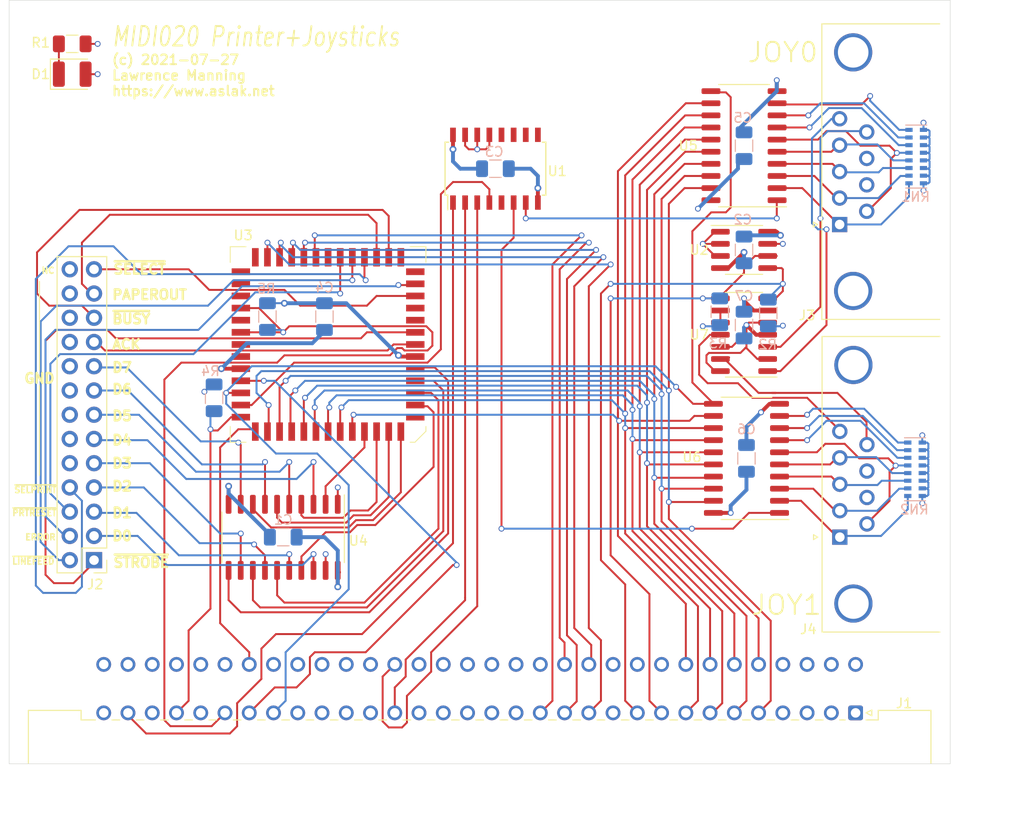
<source format=kicad_pcb>
(kicad_pcb (version 20211014) (generator pcbnew)
  (layers (0 "F.Cu" signal) (1 "In1.Cu" power "In1.Vcc") (2 "In2.Cu" power "In2.GND") (31 "B.Cu" signal) (34 "B.Paste" user) (35 "F.Paste" user) (36 "B.SilkS" user "B.Silkscreen") (37 "F.SilkS" user "F.Silkscreen") (38 "B.Mask" user) (39 "F.Mask" user) (44 "Edge.Cuts" user))
  (net 0 "")
  (net 1 "+5VD")
  (net 2 "Net-(D1-Pad1)")
  (net 3 "~{UCS}")
  (net 4 "~{WAIT}")
  (net 5 "~{RESET}")
  (net 6 "MPUCLK")
  (net 7 "A16")
  (net 8 "A4")
  (net 9 "A2")
  (net 10 "A0")
  (net 11 "D30")
  (net 12 "D28")
  (net 13 "D26")
  (net 14 "D24")
  (net 15 "JOY0YPOT")
  (net 16 "~{JOY0FIRE}")
  (net 17 "JOY0XPOT")
  (net 18 "~{JOY0RIGHT}")
  (net 19 "~{JOY0LEFT}")
  (net 20 "~{JOY0DOWN}")
  (net 21 "~{JOY0UP}")
  (net 22 "JOY1YPOT")
  (net 23 "~{JOY1FIRE}")
  (net 24 "JOY1XPOT")
  (net 25 "~{JOY1RIGHT}")
  (net 26 "~{JOY1LEFT}")
  (net 27 "~{JOY1DOWN}")
  (net 28 "~{JOY1UP}")
  (net 29 "/Printer/~{SELECTPRINTER}")
  (net 30 "/Printer/ERROR")
  (net 31 "/Printer/~{LINEFEED}")
  (net 32 "/Printer/~{SELECT}")
  (net 33 "/Printer/PAPEROUT")
  (net 34 "/Printer/~{BUSY}")
  (net 35 "/Printer/ACK")
  (net 36 "/Printer/PRTD7")
  (net 37 "/Printer/PRTD6")
  (net 38 "/Printer/PRTD5")
  (net 39 "/Printer/PRTD4")
  (net 40 "/Printer/PRTD3")
  (net 41 "/Printer/PRTD2")
  (net 42 "/Printer/PRTD1")
  (net 43 "/Printer/PRTD0")
  (net 44 "/Printer/~{STROBE}")
  (net 45 "Net-(RN1-Pad8)")
  (net 46 "Net-(RN1-Pad7)")
  (net 47 "Net-(RN1-Pad6)")
  (net 48 "Net-(RN2-Pad8)")
  (net 49 "Net-(RN2-Pad7)")
  (net 50 "Net-(RN2-Pad6)")
  (net 51 "SDA")
  (net 52 "SCL")
  (net 53 "D31")
  (net 54 "D29")
  (net 55 "D27")
  (net 56 "D25")
  (net 57 "A3")
  (net 58 "A1")
  (net 59 "~{JOY0CS}")
  (net 60 "~{JOY1CS}")
  (net 61 "~{PITCS}")
  (net 62 "/Printer/PA7")
  (net 63 "/Printer/PA6")
  (net 64 "/Printer/PA5")
  (net 65 "/Printer/PA4")
  (net 66 "R~{W}")
  (net 67 "/Printer/PA3")
  (net 68 "/Printer/PA2")
  (net 69 "/Printer/PA1")
  (net 70 "/Printer/PA0")
  (net 71 "A17")
  (net 72 "/Printer/~{PRTRESET}")
  (net 73 "GNDD")
  (net 74 "~{INT}")
  (footprint "aslakfp:DIN41612_C_2x32_Male_Horizontal_THT" (layer "F.Cu") (at 145.542 184.658 180)
    (fp_text reference "J1")
    (fp_text value "DIN_41612_3x32_MIDI020_CARD")
  )
  (footprint "Package_LCC:PLCC-52" (layer "F.Cu") (at 90.297 146.05 180)
    (fp_text reference "U3")
    (fp_text value "MC68230")
  )
  (footprint "SOs:SO-20_5.3x12.6mm_P1.27mm" (layer "F.Cu") (at 85.592 166.264 -90)
    (fp_text reference "U4")
    (fp_text value "74HC244")
  )
  (footprint "Resistor_SMD:R_1206_3216Metric" (layer "F.Cu") (at 63.503 114.554 180)
    (fp_text reference "R1")
    (fp_text value "1K")
  )
  (footprint "LED_SMD:LED_1210_3225Metric" (layer "F.Cu") (at 63.503 117.729)
    (fp_text reference "D1")
    (fp_text value "LED")
  )
  (footprint "SOs:SO-20_5.3x12.6mm_P1.27mm" (layer "F.Cu") (at 134.112 157.988 180)
    (fp_text reference "U6")
    (fp_text value "74LS574")
  )
  (footprint "Connector_Dsub:DSUB-9_Male_Horizontal_P2.77x2.84mm_EdgePinOffset7.70mm_Housed_MountingHolesOffset9.12mm" (layer "F.Cu") (at 143.868 133.483 90)
    (fp_text reference "J3")
    (fp_text value "DB9_Male_MountingHoles")
  )
  (footprint "Package_SO:SOIC-8_3.9x4.9mm_P1.27mm" (layer "F.Cu") (at 133.858 136.144)
    (fp_text reference "U2")
    (fp_text value "AT24CS64-SSHM")
  )
  (footprint "Connector_Dsub:DSUB-9_Male_Horizontal_P2.77x2.84mm_EdgePinOffset7.70mm_Housed_MountingHolesOffset9.12mm" (layer "F.Cu") (at 143.891 166.243 90)
    (fp_text reference "J4")
    (fp_text value "DB9_Male_MountingHoles")
  )
  (footprint "Package_SO:SOIC-14_3.9x8.7mm_P1.27mm" (layer "F.Cu") (at 133.858 145.034 180)
    (fp_text reference "U7")
    (fp_text value "MCP3428")
  )
  (footprint "Package_SO:SOIC-16W_5.3x10.2mm_P1.27mm" (layer "F.Cu") (at 107.823 127.635 90)
    (fp_text reference "U1")
    (fp_text value "74LS139")
  )
  (footprint "SOs:SO-20_5.3x12.6mm_P1.27mm" (layer "F.Cu") (at 133.858 125.222 180)
    (fp_text reference "U5")
    (fp_text value "74LS574")
  )
  (footprint "Connector_PinHeader_2.54mm:PinHeader_2x13_P2.54mm_Vertical" (layer "F.Cu") (at 65.786 168.656 180)
    (fp_text reference "J2")
    (fp_text value "Conn_02x13_Odd_Even")
  )
  (footprint "Resistor_SMD:R_1206_3216Metric" (layer "B.Cu") (at 83.947 143.126 -90)
    (fp_text reference "R5")
    (fp_text value "4.7K")
  )
  (footprint "Resistor_SMD:R_1206_3216Metric" (layer "B.Cu") (at 78.359 151.641 -90)
    (fp_text reference "R4")
    (fp_text value "4.7K")
  )
  (footprint "Capacitor_SMD:C_1206_3216Metric" (layer "B.Cu") (at 89.916 143.132 -90)
    (fp_text reference "C4")
    (fp_text value "0.1u")
  )
  (footprint "Resistor_SMD:R_Cat16-8" (layer "B.Cu") (at 151.892 126.365)
    (fp_text reference "RN1")
    (fp_text value "10K")
  )
  (footprint "Capacitor_SMD:C_1206_3216Metric" (layer "B.Cu") (at 134.112 157.988 90)
    (fp_text reference "C6")
    (fp_text value "0.1u")
  )
  (footprint "Capacitor_SMD:C_1206_3216Metric" (layer "B.Cu") (at 133.858 125.222 90)
    (fp_text reference "C5")
    (fp_text value "0.1u")
  )
  (footprint "Capacitor_SMD:C_1206_3216Metric" (layer "B.Cu") (at 133.858 136.144 -90)
    (fp_text reference "C2")
    (fp_text value "0.1u")
  )
  (footprint "Capacitor_SMD:C_1206_3216Metric" (layer "B.Cu") (at 133.858 144.018 -90)
    (fp_text reference "C7")
    (fp_text value "0.1u")
  )
  (footprint "Resistor_SMD:R_Cat16-8" (layer "B.Cu") (at 151.765 159.131)
    (fp_text reference "RN2")
    (fp_text value "10K")
  )
  (footprint "Resistor_SMD:R_1206_3216Metric" (layer "B.Cu") (at 136.398 142.751 90)
    (fp_text reference "R2")
    (fp_text value "4.7K")
  )
  (footprint "Resistor_SMD:R_1206_3216Metric" (layer "B.Cu") (at 131.318 142.624 90)
    (fp_text reference "R3")
    (fp_text value "4.7K")
  )
  (footprint "Capacitor_SMD:C_1206_3216Metric" (layer "B.Cu") (at 85.601 166.243 180)
    (fp_text reference "C1")
    (fp_text value "0.1u")
  )
  (footprint "Capacitor_SMD:C_1206_3216Metric" (layer "B.Cu") (at 107.82 127.635)
    (fp_text reference "C3")
    (fp_text value "0.1u")
  )
  (gr_line (start 60.071 159.766) (end 60.071 150.368) (layer "F.SilkS") (width 0.12))
  (gr_line (start 60.071 148.717) (end 60.071 139.446) (layer "F.SilkS") (width 0.12))
  (gr_line (start 155.448 109.982) (end 155.448 189.992) (layer "Edge.Cuts") (width 0.05))
  (gr_line (start 56.896 189.992) (end 56.896 109.982) (layer "Edge.Cuts") (width 0.05))
  (gr_line (start 56.896 109.982) (end 155.448 109.982) (layer "Edge.Cuts") (width 0.05))
  (gr_line (start 155.448 189.992) (end 56.896 189.992) (layer "Edge.Cuts") (width 0.05))
  (gr_text "MIDI020 Printer+Joysticks" (at 67.564 113.792) (layer "F.SilkS") (effects (font (size 2.032 1.524) (thickness 0.2032) italic) (justify left)))
  (gr_text "(c) 2021-07-27\nLawrence Manning\nhttps://www.aslak.net" (at 67.564 117.856) (layer "F.SilkS") (effects (font (size 1.016 1.016) (thickness 0.2032)) (justify left)))
  (gr_text "JOY0" (at 137.922 115.443) (layer "F.SilkS") (effects (font (size 2.032 2.032) (thickness 0.2032))))
  (gr_text "~{SELECT}" (at 67.691 138.176) (layer "F.SilkS") (effects (font (size 1.016 1.016) (thickness 0.254)) (justify left)))
  (gr_text "PAPEROUT" (at 67.564 140.843) (layer "F.SilkS") (effects (font (size 1.016 1.016) (thickness 0.254)) (justify left)))
  (gr_text "~{BUSY}" (at 67.564 143.383) (layer "F.SilkS") (effects (font (size 1.016 1.016) (thickness 0.254)) (justify left)))
  (gr_text "ACK" (at 67.564 146.05) (layer "F.SilkS") (effects (font (size 1.016 1.016) (thickness 0.254)) (justify left)))
  (gr_text "D7" (at 67.564 148.463) (layer "F.SilkS") (effects (font (size 1.016 1.016) (thickness 0.254)) (justify left)))
  (gr_text "D6" (at 67.564 150.749) (layer "F.SilkS") (effects (font (size 1.016 1.016) (thickness 0.254)) (justify left)))
  (gr_text "D5" (at 67.564 153.543) (layer "F.SilkS") (effects (font (size 1.016 1.016) (thickness 0.254)) (justify left)))
  (gr_text "D4" (at 67.564 156.083) (layer "F.SilkS") (effects (font (size 1.016 1.016) (thickness 0.254)) (justify left)))
  (gr_text "D3" (at 67.564 158.496) (layer "F.SilkS") (effects (font (size 1.016 1.016) (thickness 0.254)) (justify left)))
  (gr_text "D2" (at 67.564 160.909) (layer "F.SilkS") (effects (font (size 1.016 1.016) (thickness 0.254)) (justify left)))
  (gr_text "D1" (at 67.564 163.703) (layer "F.SilkS") (effects (font (size 1.016 1.016) (thickness 0.254)) (justify left)))
  (gr_text "D0" (at 67.564 166.116) (layer "F.SilkS") (effects (font (size 1.016 1.016) (thickness 0.254)) (justify left)))
  (gr_text "~{STROBE}" (at 67.691 168.91) (layer "F.SilkS") (effects (font (size 1.016 1.016) (thickness 0.254)) (justify left)))
  (gr_text "~{LINEFEED}" (at 61.722 168.783) (layer "F.SilkS") (effects (font (size 0.635 0.635) (thickness 0.15875)) (justify right)))
  (gr_text "ERROR" (at 61.849 166.243) (layer "F.SilkS") (effects (font (size 0.635 0.635) (thickness 0.15875)) (justify right)))
  (gr_text "~{PRTRESET}" (at 61.976 163.703) (layer "F.SilkS") (effects (font (size 0.635 0.635) (thickness 0.15875)) (justify right)))
  (gr_text "~{SELPRINT}" (at 61.976 161.29) (layer "F.SilkS") (effects (font (size 0.635 0.635) (thickness 0.15875)) (justify right)))
  (gr_text "NC" (at 61.722 138.303) (layer "F.SilkS") (effects (font (size 0.635 0.635) (thickness 0.15875)) (justify right)))
  (gr_text "GND" (at 60.071 149.606) (layer "F.SilkS") (effects (font (size 1.016 1.016) (thickness 0.254))))
  (gr_text "JOY1" (at 138.303 173.355) (layer "F.SilkS") (effects (font (size 2.032 2.032) (thickness 0.2032))))
  (segment (start 134.874 142.494) (end 135.89 142.494) (width 0.4064) (layer "F.Cu") (net 1))
  (segment (start 136.333 134.239) (end 137.287 134.239) (width 0.2032) (layer "F.Cu") (net 1))
  (segment (start 133.858 141.224) (end 133.858 141.478) (width 0.2032) (layer "F.Cu") (net 1))
  (segment (start 133.858 141.478) (end 134.874 142.494) (width 0.4064) (layer "F.Cu") (net 1))
  (segment (start 137.287 134.239) (end 137.668 134.62) (width 0.4064) (layer "F.Cu") (net 1))
  (segment (start 106.807 125.603) (end 107.188 125.222) (width 0.2032) (layer "F.Cu") (net 1))
  (segment (start 131.383 143.572) (end 131.383 142.494) (width 0.2032) (layer "F.Cu") (net 1))
  (segment (start 105.918 125.603) (end 105.918 124.085) (width 0.2032) (layer "F.Cu") (net 1))
  (segment (start 129.032 131.826) (end 129.921 130.937) (width 0.2032) (layer "F.Cu") (net 1))
  (segment (start 91.307 171.444) (end 91.307 168.916) (width 0.4064) (layer "F.Cu") (net 1))
  (segment (start 129.921 130.937) (end 130.302 130.937) (width 0.2032) (layer "F.Cu") (net 1))
  (segment (start 107.188 125.222) (end 107.188 124.085) (width 0.2032) (layer "F.Cu") (net 1))
  (segment (start 130.81 144.145) (end 131.383 143.572) (width 0.2032) (layer "F.Cu") (net 1))
  (segment (start 132.461 163.703) (end 130.683 163.703) (width 0.4064) (layer "F.Cu") (net 1))
  (segment (start 91.307 168.916) (end 91.307 169.793) (width 0.4064) (layer "F.Cu") (net 1))
  (segment (start 105.029 125.603) (end 104.648 125.222) (width 0.2032) (layer "F.Cu") (net 1))
  (segment (start 129.54 144.145) (end 130.81 144.145) (width 0.2032) (layer "F.Cu") (net 1))
  (segment (start 105.918 125.603) (end 105.029 125.603) (width 0.2032) (layer "F.Cu") (net 1))
  (segment (start 99.4295 147.32) (end 97.79 147.32) (width 0.4064) (layer "F.Cu") (net 1))
  (segment (start 103.378 125.603) (end 103.378 124.085) (width 0.4064) (layer "F.Cu") (net 1))
  (segment (start 64.903 117.729) (end 66.167 117.729) (width 0.2032) (layer "F.Cu") (net 1))
  (segment (start 91.307 169.793) (end 91.44 169.926) (width 0.4064) (layer "F.Cu") (net 1))
  (segment (start 130.683 163.703) (end 130.556 163.83) (width 0.2032) (layer "F.Cu") (net 1))
  (segment (start 99.441 147.32) (end 99.568 147.447) (width 0.2032) (layer "F.Cu") (net 1))
  (segment (start 97.79 147.32) (end 97.663 147.193) (width 0.2032) (layer "F.Cu") (net 1))
  (segment (start 99.568 147.447) (end 99.568 147.32) (width 0.2032) (layer "F.Cu") (net 1))
  (segment (start 91.313 171.45) (end 91.307 171.444) (width 0.2032) (layer "F.Cu") (net 1))
  (segment (start 104.648 125.222) (end 104.648 124.085) (width 0.2032) (layer "F.Cu") (net 1))
  (segment (start 105.918 125.603) (end 106.807 125.603) (width 0.2032) (layer "F.Cu") (net 1))
  (segment (start 99.4295 147.32) (end 99.441 147.32) (width 0.2032) (layer "F.Cu") (net 1))
  (via (at 137.668 134.62) (size 0.7112) (drill 0.4064) (layers "F.Cu" "B.Cu") (net 1))
  (via (at 152.527 155.575) (size 0.6096) (drill 0.4064) (layers "F.Cu" "B.Cu") (net 1))
  (via (at 152.652 129.919) (size 0.6096) (drill 0.4064) (layers "F.Cu" "B.Cu") (net 1))
  (via (at 152.527 162.687) (size 0.6096) (drill 0.4064) (layers "F.Cu" "B.Cu") (net 1))
  (via (at 133.858 141.224) (size 0.6096) (drill 0.4064) (layers "F.Cu" "B.Cu") (net 1))
  (via (at 152.652 122.811) (size 0.6096) (drill 0.4064) (layers "F.Cu" "B.Cu") (net 1))
  (via (at 129.032 131.826) (size 0.6096) (drill 0.4064) (layers "F.Cu" "B.Cu") (net 1))
  (via (at 77.343 151.003) (size 0.6096) (drill 0.4064) (layers "F.Cu" "B.Cu") (net 1))
  (via (at 91.313 171.45) (size 0.7112) (drill 0.4064) (layers "F.Cu" "B.Cu") (net 1))
  (via (at 85.725 141.732) (size 0.7112) (drill 0.4064) (layers "F.Cu" "B.Cu") (net 1))
  (via (at 137.922 144.0815) (size 0.6096) (drill 0.4064) (layers "F.Cu" "B.Cu") (net 1))
  (via (at 132.461 163.703) (size 0.6096) (drill 0.4064) (layers "F.Cu" "B.Cu") (net 1))
  (via (at 129.54 144.145) (size 0.6096) (drill 0.4064) (layers "F.Cu" "B.Cu") (net 1))
  (via (at 97.663 147.193) (size 0.7112) (drill 0.4064) (layers "F.Cu" "B.Cu") (net 1))
  (via (at 103.378 125.603) (size 0.7112) (drill 0.4064) (layers "F.Cu" "B.Cu") (net 1))
  (via (at 105.918 125.603) (size 0.6096) (drill 0.4064) (layers "F.Cu" "B.Cu") (net 1))
  (via (at 66.167 117.729) (size 0.6096) (drill 0.4064) (layers "F.Cu" "B.Cu") (net 1))
  (segment (start 153.162 159.385) (end 153.162 158.877) (width 0.2032) (layer "B.Cu") (net 1))
  (segment (start 153.162 158.623) (end 153.162 158.115) (width 0.2032) (layer "B.Cu") (net 1))
  (segment (start 153.289 124.46) (end 153.162 124.333) (width 0.2032) (layer "B.Cu") (net 1))
  (segment (start 153.035 158.75) (end 153.162 158.623) (width 0.2032) (layer "B.Cu") (net 1))
  (segment (start 153.289 127.508) (end 153.289 126.873) (width 0.2032) (layer "B.Cu") (net 1))
  (segment (start 153.289 127.762) (end 153.162 127.635) (width 0.2032) (layer "B.Cu") (net 1))
  (segment (start 153.162 158.877) (end 153.035 158.75) (width 0.2032) (layer "B.Cu") (net 1))
  (segment (start 153.289 125.349) (end 153.162 125.222) (width 0.2032) (layer "B.Cu") (net 1))
  (segment (start 153.289 126.619) (end 153.289 126.111) (width 0.2032) (layer "B.Cu") (net 1))
  (segment (start 153.067 161.131) (end 153.162 161.036) (width 0.2032) (layer "B.Cu") (net 1))
  (segment (start 153.162 160.274) (end 153.162 159.639) (width 0.2032) (layer "B.Cu") (net 1))
  (segment (start 153.289 129.032) (end 153.289 128.524) (width 0.2032) (layer "B.Cu") (net 1))
  (segment (start 153.162 125.222) (end 152.908 125.222) (width 0.2032) (layer "B.Cu") (net 1))
  (segment (start 153.156 129.165) (end 153.289 129.032) (width 0.2032) (layer "B.Cu") (net 1))
  (segment (start 153.289 124.206) (end 153.289 123.698) (width 0.2032) (layer "B.Cu") (net 1))
  (segment (start 153.035 160.401) (end 152.654 160.401) (width 0.2032) (layer "B.Cu") (net 1))
  (segment (start 153.162 125.984) (end 153.289 125.857) (width 0.2032) (layer "B.Cu") (net 1))
  (segment (start 153.162 159.639) (end 153.035 159.512) (width 0.2032) (layer "B.Cu") (net 1))
  (segment (start 153.162 127.635) (end 153.289 127.508) (width 0.2032) (layer "B.Cu") (net 1))
  (segment (start 152.652 129.165) (end 153.156 129.165) (width 0.2032) (layer "B.Cu") (net 1))
  (segment (start 152.525 161.131) (end 153.067 161.131) (width 0.2032) (layer "B.Cu") (net 1))
  (segment (start 153.035 156.337) (end 152.654 156.337) (width 0.2032) (layer "B.Cu") (net 1))
  (segment (start 153.162 123.571) (end 152.781 123.571) (width 0.2032) (layer "B.Cu") (net 1))
  (segment (start 153.162 161.798) (end 153.162 161.29) (width 0.2032) (layer "B.Cu") (net 1))
  (segment (start 153.035 161.163) (end 152.527 161.163) (width 0.2032) (layer "B.Cu") (net 1))
  (segment (start 134.112 134.62) (end 137.668 134.62) (width 0.4064) (layer "B.Cu") (net 1))
  (segment (start 153.162 158.115) (end 153.035 157.988) (width 0.2032) (layer "B.Cu") (net 1))
  (segment (start 153.035 157.099) (end 152.781 157.099) (width 0.2032) (layer "B.Cu") (net 1))
  (segment (start 153.035 157.988) (end 152.781 157.988) (width 0.2032) (layer "B.Cu") (net 1))
  (segment (start 153.289 126.873) (end 153.162 126.746) (width 0.2032) (layer "B.Cu") (net 1))
  (segment (start 152.652 129.919) (end 152.654 129.921) (width 0.2032) (layer "B.Cu") (net 1))
  (segment (start 153.162 124.333) (end 152.908 124.333) (width 0.2032) (layer "B.Cu") (net 1))
  (segment (start 153.162 160.528) (end 153.035 160.401) (width 0.2032) (layer "B.Cu") (net 1))
  (segment (start 153.162 156.972) (end 153.162 156.464) (width 0.2032) (layer "B.Cu") (net 1))
  (segment (start 152.525 161.931) (end 153.029 161.931) (width 0.2032) (layer "B.Cu") (net 1))
  (segment (start 152.525 161.931) (end 152.525 162.685) (width 0.2032) (layer "B.Cu") (net 1))
  (segment (start 152.652 122.811) (end 152.654 122.809) (width 0.2032) (layer "B.Cu") (net 1))
  (segment (start 153.162 156.464) (end 153.035 156.337) (width 0.2032) (layer "B.Cu") (net 1))
  (segment (start 133.223 127.635) (end 133.223 126.238) (width 0.4064) (layer "B.Cu") (net 1))
  (segment (start 153.035 159.512) (end 153.162 159.385) (width 0.2032) (layer "B.Cu") (net 1))
  (segment (start 153.162 126.746) (end 153.289 126.619) (width 0.2032) (layer "B.Cu") (net 1))
  (segment (start 152.652 123.565) (end 152.652 122.811) (width 0.2032) (layer "B.Cu") (net 1))
  (segment (start 152.525 155.577) (end 152.527 155.575) (width 0.2032) (layer "B.Cu") (net 1))
  (segment (start 153.162 161.29) (end 153.035 161.163) (width 0.2032) (layer "B.Cu") (net 1))
  (segment (start 153.162 128.397) (end 152.654 128.397) (width 0.2032) (layer "B.Cu") (net 1))
  (segment (start 133.858 142.618) (end 133.858 141.224) (width 0.4064) (layer "B.Cu") (net 1))
  (segment (start 152.652 128.365) (end 153.194 128.365) (width 0.2032) (layer "B.Cu") (net 1))
  (segment (start 153.162 125.984) (end 152.781 125.984) (width 0.2032) (layer "B.Cu") (net 1))
  (segment (start 153.035 160.401) (end 153.162 160.274) (width 0.2032) (layer "B.Cu") (net 1))
  (segment (start 153.289 128.27) (end 153.289 127.762) (width 0.2032) (layer "B.Cu") (net 1))
  (segment (start 153.162 157.226) (end 153.035 157.099) (width 0.2032) (layer "B.Cu") (net 1))
  (segment (start 153.029 161.931) (end 153.162 161.798) (width 0.2032) (layer "B.Cu") (net 1))
  (segment (start 153.035 159.512) (end 152.654 159.512) (width 0.2032) (layer "B.Cu") (net 1))
  (segment (start 129.032 131.826) (end 133.223 127.635) (width 0.4064) (layer "B.Cu") (net 1))
  (segment (start 153.162 161.036) (end 153.162 160.528) (width 0.2032) (layer "B.Cu") (net 1))
  (segment (start 153.162 124.333) (end 153.289 124.206) (width 0.2032) (layer "B.Cu") (net 1))
  (segment (start 153.194 128.365) (end 153.289 128.27) (width 0.2032) (layer "B.Cu") (net 1))
  (segment (start 152.652 129.165) (end 152.652 129.919) (width 0.2032) (layer "B.Cu") (net 1))
  (segment (start 153.162 125.222) (end 153.289 125.095) (width 0.2032) (layer "B.Cu") (net 1))
  (segment (start 153.289 123.698) (end 153.162 123.571) (width 0.2032) (layer "B.Cu") (net 1))
  (segment (start 152.525 162.685) (end 152.527 162.687) (width 0.2032) (layer "B.Cu") (net 1))
  (segment (start 153.162 127.635) (end 152.781 127.635) (width 0.2032) (layer "B.Cu") (net 1))
  (segment (start 152.525 156.331) (end 152.525 155.577) (width 0.2032) (layer "B.Cu") (net 1))
  (segment (start 153.289 125.857) (end 153.289 125.349) (width 0.2032) (layer "B.Cu") (net 1))
  (segment (start 153.289 125.095) (end 153.289 124.46) (width 0.2032) (layer "B.Cu") (net 1))
  (segment (start 153.162 126.746) (end 152.781 126.746) (width 0.2032) (layer "B.Cu") (net 1))
  (segment (start 153.289 128.524) (end 153.162 128.397) (width 0.2032) (layer "B.Cu") (net 1))
  (segment (start 153.035 157.988) (end 153.162 157.861) (width 0.2032) (layer "B.Cu") (net 1))
  (segment (start 153.035 158.75) (end 152.654 158.75) (width 0.2032) (layer "B.Cu") (net 1))
  (segment (start 153.162 157.861) (end 153.162 157.226) (width 0.2032) (layer "B.Cu") (net 1))
  (segment (start 153.289 126.111) (end 153.162 125.984) (width 0.2032) (layer "B.Cu") (net 1))
  (segment (start 153.035 157.099) (end 153.162 156.972) (width 0.2032) (layer "B.Cu") (net 1))
  (segment (start 97.663 147.193) (end 92.202 141.732) (width 0.4064) (layer "B.Cu") (net 1))
  (segment (start 132.461 162.941) (end 134.112 161.29) (width 0.4064) (layer "B.Cu") (net 1))
  (segment (start 134.112 161.29) (end 134.112 159.258) (width 0.4064) (layer "B.Cu") (net 1))
  (segment (start 132.461 163.703) (end 132.461 162.941) (width 0.4064) (layer "B.Cu") (net 1))
  (segment (start 106.42 127.635) (end 104.14 127.635) (width 0.4064) (layer "B.Cu") (net 1))
  (segment (start 129.543 144.148) (end 131.3815 144.148) (width 0.2032) (layer "B.Cu") (net 1))
  (segment (start 92.202 141.732) (end 89.789 141.732) (width 0.4064) (layer "B.Cu") (net 1))
  (segment (start 89.916 141.732) (end 85.725 141.732) (width 0.4064) (layer "B.Cu") (net 1))
  (segment (start 78.359 150.241) (end 78.105 150.241) (width 0.2032) (layer "B.Cu") (net 1))
  (segment (start 78.105 150.241) (end 77.343 151.003) (width 0.2032) (layer "B.Cu") (net 1))
  (segment (start 85.725 141.732) (end 85.719 141.726) (width 0.2032) (layer "B.Cu") (net 1))
  (segment (start 137.8585 144.145) (end 137.922 144.0815) (width 0.2032) (layer "B.Cu") (net 1))
  (segment (start 91.313 167.64) (end 91.313 171.45) (width 0.4064) (layer "B.Cu") (net 1))
  (segment (start 104.14 127.635) (end 103.378 126.873) (width 0.4064) (layer "B.Cu") (net 1))
  (segment (start 89.916 166.243) (end 91.313 167.64) (width 0.4064) (layer "B.Cu") (net 1))
  (segment (start 136.3345 144.145) (end 137.8585 144.145) (width 0.2032) (layer "B.Cu") (net 1))
  (segment (start 85.719 141.726) (end 83.947 141.726) (width 0.2032) (layer "B.Cu") (net 1))
  (segment (start 87.001 166.243) (end 89.916 166.243) (width 0.4064) (layer "B.Cu") (net 1))
  (segment (start 103.378 126.873) (end 103.378 125.603) (width 0.4064) (layer "B.Cu") (net 1))
  (segment (start 129.54 144.145) (end 129.543 144.148) (width 0.2032) (layer "B.Cu") (net 1))
  (segment (start 62.103 114.554) (end 62.103 117.856) (width 0.2032) (layer "F.Cu") (net 2))
  (segment (start 83.312 181.102) (end 80.772 183.642) (width 0.2032) (layer "F.Cu") (net 3))
  (segment (start 84.836 176.403) (end 83.312 177.927) (width 0.2032) (layer "F.Cu") (net 3))
  (segment (start 103.378 166.878) (end 93.853 176.403) (width 0.2032) (layer "F.Cu") (net 3))
  (segment (start 93.853 176.403) (end 84.836 176.403) (width 0.2032) (layer "F.Cu") (net 3))
  (segment (start 71.247 186.817) (end 69.215 184.785) (width 0.2032) (layer "F.Cu") (net 3))
  (segment (start 83.312 177.927) (end 83.312 181.102) (width 0.2032) (layer "F.Cu") (net 3))
  (segment (start 80.772 183.642) (end 80.772 186.055) (width 0.2032) (layer "F.Cu") (net 3))
  (segment (start 103.378 131.185) (end 103.378 166.878) (width 0.2032) (layer "F.Cu") (net 3))
  (segment (start 80.772 186.055) (end 80.01 186.817) (width 0.2032) (layer "F.Cu") (net 3))
  (segment (start 80.01 186.817) (end 71.247 186.817) (width 0.2032) (layer "F.Cu") (net 3))
  (segment (start 77.978 173.736) (end 75.692 176.022) (width 0.2032) (layer "F.Cu") (net 4))
  (segment (start 78.105 155.067) (end 78.74 155.067) (width 0.2032) (layer "F.Cu") (net 4))
  (segment (start 75.692 176.022) (end 75.692 183.388) (width 0.2032) (layer "F.Cu") (net 4))
  (segment (start 77.978 154.94) (end 77.978 173.736) (width 0.2032) (layer "F.Cu") (net 4))
  (segment (start 78.74 155.067) (end 80.137 153.67) (width 0.2032) (layer "F.Cu") (net 4))
  (segment (start 77.978 154.94) (end 78.105 155.067) (width 0.2032) (layer "F.Cu") (net 4))
  (segment (start 80.137 153.67) (end 81.1645 153.67) (width 0.2032) (layer "F.Cu") (net 4))
  (segment (start 75.692 183.388) (end 74.422 184.658) (width 0.2032) (layer "F.Cu") (net 4))
  (via (at 77.978 154.94) (size 0.6096) (drill 0.4064) (layers "F.Cu" "B.Cu") (net 4))
  (segment (start 77.978 154.94) (end 77.978 153.416) (width 0.2032) (layer "B.Cu") (net 4))
  (segment (start 77.978 153.416) (end 78.232 153.162) (width 0.2032) (layer "B.Cu") (net 4))
  (segment (start 81.1645 149.86) (end 83.566 149.86) (width 0.2032) (layer "F.Cu") (net 5))
  (segment (start 103.759 169.164) (end 103.378 169.164) (width 0.2032) (layer "F.Cu") (net 5))
  (segment (start 88.9 178.308) (end 88.392 178.816) (width 0.2032) (layer "F.Cu") (net 5))
  (segment (start 94.234 178.308) (end 88.9 178.308) (width 0.2032) (layer "F.Cu") (net 5))
  (segment (start 88.392 180.594) (end 86.995 181.991) (width 0.2032) (layer "F.Cu") (net 5))
  (segment (start 103.378 169.164) (end 94.234 178.308) (width 0.2032) (layer "F.Cu") (net 5))
  (segment (start 84.709 181.991) (end 82.042 184.658) (width 0.2032) (layer "F.Cu") (net 5))
  (segment (start 88.392 178.816) (end 88.392 180.594) (width 0.2032) (layer "F.Cu") (net 5))
  (segment (start 86.995 181.991) (end 84.709 181.991) (width 0.2032) (layer "F.Cu") (net 5))
  (via (at 83.566 149.86) (size 0.6096) (drill 0.4064) (layers "F.Cu" "B.Cu") (net 5))
  (via (at 103.759 169.164) (size 0.6096) (drill 0.4064) (layers "F.Cu" "B.Cu") (net 5))
  (segment (start 103.759 168.91) (end 103.759 169.164) (width 0.2032) (layer "B.Cu") (net 5))
  (segment (start 84.709 149.86) (end 103.759 168.91) (width 0.2032) (layer "B.Cu") (net 5))
  (segment (start 83.566 149.86) (end 84.709 149.86) (width 0.2032) (layer "B.Cu") (net 5))
  (segment (start 131.953 132.207) (end 132.461 131.699) (width 0.2032) (layer "F.Cu") (net 6))
  (segment (start 130.429 132.207) (end 131.953 132.207) (width 0.2032) (layer "F.Cu") (net 6))
  (segment (start 128.905 152.273) (end 130.556 152.273) (width 0.2032) (layer "F.Cu") (net 6))
  (segment (start 128.446 134.19) (end 130.429 132.207) (width 0.2032) (layer "F.Cu") (net 6))
  (segment (start 132.461 131.699) (end 132.461 120.142) (width 0.2032) (layer "F.Cu") (net 6))
  (segment (start 132.461 120.142) (end 131.953 119.634) (width 0.2032) (layer "F.Cu") (net 6))
  (segment (start 79.629 151.13) (end 81.026 151.13) (width 0.2032) (layer "F.Cu") (net 6))
  (segment (start 131.953 119.634) (end 130.556 119.634) (width 0.2032) (layer "F.Cu") (net 6))
  (segment (start 126.746 150.495) (end 128.524 152.273) (width 0.2032) (layer "F.Cu") (net 6))
  (segment (start 130.683 152.273) (end 128.446 150.036) (width 0.2032) (layer "F.Cu") (net 6))
  (segment (start 128.446 150.036) (end 128.446 134.19) (width 0.2032) (layer "F.Cu") (net 6))
  (segment (start 128.524 152.273) (end 128.905 152.273) (width 0.2032) (layer "F.Cu") (net 6))
  (via (at 126.746 150.495) (size 0.6096) (drill 0.4064) (layers "F.Cu" "B.Cu") (net 6))
  (via (at 79.629 151.13) (size 0.6096) (drill 0.4064) (layers "F.Cu" "B.Cu") (net 6))
  (segment (start 124.587 148.336) (end 82.296 148.336) (width 0.2032) (layer "B.Cu") (net 6))
  (segment (start 79.629 152.273) (end 84.836 157.48) (width 0.2032) (layer "B.Cu") (net 6))
  (segment (start 92.456 160.782) (end 92.456 171.704) (width 0.2032) (layer "B.Cu") (net 6))
  (segment (start 92.456 171.704) (end 85.852 178.308) (width 0.2032) (layer "B.Cu") (net 6))
  (segment (start 85.852 178.308) (end 85.852 183.388) (width 0.2032) (layer "B.Cu") (net 6))
  (segment (start 126.746 150.495) (end 124.587 148.336) (width 0.2032) (layer "B.Cu") (net 6))
  (segment (start 85.852 183.388) (end 84.582 184.658) (width 0.2032) (layer "B.Cu") (net 6))
  (segment (start 79.629 151.003) (end 79.629 151.13) (width 0.2032) (layer "B.Cu") (net 6))
  (segment (start 82.296 148.336) (end 79.629 151.003) (width 0.2032) (layer "B.Cu") (net 6))
  (segment (start 89.154 157.48) (end 92.456 160.782) (width 0.2032) (layer "B.Cu") (net 6))
  (segment (start 84.836 157.48) (end 89.154 157.48) (width 0.2032) (layer "B.Cu") (net 6))
  (segment (start 79.629 151.13) (end 79.629 152.273) (width 0.2032) (layer "B.Cu") (net 6))
  (segment (start 104.648 172.593) (end 104.648 131.185) (width 0.2032) (layer "F.Cu") (net 7))
  (segment (start 98.425 179.07) (end 104.648 172.847) (width 0.2032) (layer "F.Cu") (net 7))
  (segment (start 97.282 184.658) (end 97.282 181.991) (width 0.2032) (layer "F.Cu") (net 7))
  (segment (start 97.282 181.991) (end 98.425 180.848) (width 0.2032) (layer "F.Cu") (net 7))
  (segment (start 104.648 172.847) (end 104.648 172.593) (width 0.2032) (layer "F.Cu") (net 7))
  (segment (start 98.425 180.848) (end 98.425 179.07) (width 0.2032) (layer "F.Cu") (net 7))
  (segment (start 113.792 137.668) (end 113.792 183.388) (width 0.2032) (layer "F.Cu") (net 8))
  (segment (start 88.9 134.62) (end 88.9 136.398) (width 0.2032) (layer "F.Cu") (net 8))
  (segment (start 113.792 183.388) (end 112.522 184.658) (width 0.2032) (layer "F.Cu") (net 8))
  (segment (start 116.84 134.62) (end 113.792 137.668) (width 0.2032) (layer "F.Cu") (net 8))
  (segment (start 88.9 136.398) (end 89.154 136.652) (width 0.2032) (layer "F.Cu") (net 8))
  (via (at 88.9 134.62) (size 0.6096) (drill 0.4064) (layers "F.Cu" "B.Cu") (net 8))
  (via (at 116.84 134.62) (size 0.6096) (drill 0.4064) (layers "F.Cu" "B.Cu") (net 8))
  (segment (start 116.84 134.62) (end 88.9 134.62) (width 0.2032) (layer "B.Cu") (net 8))
  (segment (start 118.364 136.144) (end 115.316 139.192) (width 0.2032) (layer "F.Cu") (net 9))
  (segment (start 115.1255 184.658) (end 115.062 184.658) (width 0.2032) (layer "F.Cu") (net 9))
  (segment (start 116.332 177.546) (end 116.332 183.4515) (width 0.2032) (layer "F.Cu") (net 9))
  (segment (start 115.316 139.192) (end 115.316 176.53) (width 0.2032) (layer "F.Cu") (net 9))
  (segment (start 116.332 183.4515) (end 115.1255 184.658) (width 0.2032) (layer "F.Cu") (net 9))
  (segment (start 115.316 176.53) (end 116.332 177.546) (width 0.2032) (layer "F.Cu") (net 9))
  (segment (start 86.614 135.382) (end 86.614 136.906) (width 0.2032) (layer "F.Cu") (net 9))
  (via (at 86.614 135.382) (size 0.6096) (drill 0.4064) (layers "F.Cu" "B.Cu") (net 9))
  (via (at 118.364 136.144) (size 0.6096) (drill 0.4064) (layers "F.Cu" "B.Cu") (net 9))
  (segment (start 118.364 136.144) (end 87.376 136.144) (width 0.2032) (layer "B.Cu") (net 9))
  (segment (start 87.376 136.144) (end 86.614 135.382) (width 0.2032) (layer "B.Cu") (net 9))
  (segment (start 117.602 175.768) (end 118.872 177.038) (width 0.2032) (layer "F.Cu") (net 10))
  (segment (start 118.872 183.388) (end 117.602 184.658) (width 0.2032) (layer "F.Cu") (net 10))
  (segment (start 119.888 137.668) (end 117.602 139.954) (width 0.2032) (layer "F.Cu") (net 10))
  (segment (start 118.872 177.038) (end 118.872 183.388) (width 0.2032) (layer "F.Cu") (net 10))
  (segment (start 83.947 136.779) (end 84.074 136.906) (width 0.2032) (layer "F.Cu") (net 10))
  (segment (start 117.602 139.954) (end 117.602 175.768) (width 0.2032) (layer "F.Cu") (net 10))
  (segment (start 83.947 135.382) (end 83.947 136.779) (width 0.2032) (layer "F.Cu") (net 10))
  (via (at 119.888 137.668) (size 0.6096) (drill 0.4064) (layers "F.Cu" "B.Cu") (net 10))
  (via (at 83.947 135.382) (size 0.6096) (drill 0.4064) (layers "F.Cu" "B.Cu") (net 10))
  (segment (start 83.947 135.382) (end 86.233 137.668) (width 0.2032) (layer "B.Cu") (net 10))
  (segment (start 86.233 137.668) (end 119.888 137.668) (width 0.2032) (layer "B.Cu") (net 10))
  (segment (start 121.412 128.3335) (end 127.6985 122.047) (width 0.2032) (layer "F.Cu") (net 11))
  (segment (start 129.032 183.388) (end 127.762 184.658) (width 0.2032) (layer "F.Cu") (net 11))
  (segment (start 91.567 152.781) (end 91.694 152.654) (width 0.2032) (layer "F.Cu") (net 11))
  (segment (start 129.032 173.482) (end 129.032 183.388) (width 0.2032) (layer "F.Cu") (net 11))
  (segment (start 121.412 128.3335) (end 121.412 153.289) (width 0.2032) (layer "F.Cu") (net 11))
  (segment (start 121.412 165.862) (end 129.032 173.482) (width 0.2032) (layer "F.Cu") (net 11))
  (segment (start 91.567 155.1825) (end 91.567 152.781) (width 0.2032) (layer "F.Cu") (net 11))
  (segment (start 121.412 154.813) (end 121.412 165.862) (width 0.2032) (layer "F.Cu") (net 11))
  (segment (start 127.6985 122.047) (end 130.175 122.047) (width 0.2032) (layer "F.Cu") (net 11))
  (segment (start 121.412 154.813) (end 130.302 154.813) (width 0.2032) (layer "F.Cu") (net 11))
  (via (at 121.412 154.813) (size 0.6096) (drill 0.4064) (layers "F.Cu" "B.Cu") (net 11))
  (via (at 121.412 153.289) (size 0.6096) (drill 0.4064) (layers "F.Cu" "B.Cu") (net 11))
  (via (at 91.694 152.654) (size 0.6096) (drill 0.4064) (layers "F.Cu" "B.Cu") (net 11))
  (segment (start 92.456 151.892) (end 91.694 152.654) (width 0.2032) (layer "B.Cu") (net 11))
  (segment (start 121.412 153.289) (end 120.015 151.892) (width 0.2032) (layer "B.Cu") (net 11))
  (segment (start 121.412 153.289) (end 121.412 154.813) (width 0.2032) (layer "B.Cu") (net 11))
  (segment (start 120.015 151.892) (end 92.456 151.892) (width 0.2032) (layer "B.Cu") (net 11))
  (segment (start 122.936 152.527) (end 122.936 129.31775) (width 0.2032) (layer "F.Cu") (net 12))
  (segment (start 127.66675 124.587) (end 129.667 124.587) (width 0.2032) (layer "F.Cu") (net 12))
  (segment (start 131.572 173.99) (end 131.572 183.642) (width 0.2032) (layer "F.Cu") (net 12))
  (segment (start 122.936 157.353) (end 122.936 165.354) (width 0.2032) (layer "F.Cu") (net 12))
  (segment (start 131.572 183.642) (end 130.302 184.912) (width 0.2032) (layer "F.Cu") (net 12))
  (segment (start 122.936 129.31775) (end 127.66675 124.587) (width 0.2032) (layer "F.Cu") (net 12))
  (segment (start 122.936 165.354) (end 131.572 173.99) (width 0.2032) (layer "F.Cu") (net 12))
  (segment (start 122.936 157.353) (end 130.048 157.353) (width 0.2032) (layer "F.Cu") (net 12))
  (segment (start 88.9 152.654) (end 88.9 154.94) (width 0.2032) (layer "F.Cu") (net 12))
  (via (at 88.9 152.654) (size 0.6096) (drill 0.4064) (layers "F.Cu" "B.Cu") (net 12))
  (via (at 122.936 157.353) (size 0.6096) (drill 0.4064) (layers "F.Cu" "B.Cu") (net 12))
  (via (at 122.936 152.527) (size 0.6096) (drill 0.4064) (layers "F.Cu" "B.Cu") (net 12))
  (segment (start 89.916 150.876) (end 88.9 151.892) (width 0.2032) (layer "B.Cu") (net 12))
  (segment (start 122.936 152.527) (end 122.936 152.146) (width 0.2032) (layer "B.Cu") (net 12))
  (segment (start 122.936 152.527) (end 122.936 157.353) (width 0.2032) (layer "B.Cu") (net 12))
  (segment (start 122.936 152.146) (end 121.666 150.876) (width 0.2032) (layer "B.Cu") (net 12))
  (segment (start 121.666 150.876) (end 89.916 150.876) (width 0.2032) (layer "B.Cu") (net 12))
  (segment (start 88.9 151.892) (end 88.9 152.654) (width 0.2032) (layer "B.Cu") (net 12))
  (segment (start 86.36 151.384) (end 86.36 155.194) (width 0.2032) (layer "F.Cu") (net 13))
  (segment (start 130.048 160.02) (end 130.175 159.893) (width 0.2032) (layer "F.Cu") (net 13))
  (segment (start 124.46 160.02) (end 130.048 160.02) (width 0.2032) (layer "F.Cu") (net 13))
  (segment (start 86.868 150.876) (end 86.36 151.384) (width 0.2032) (layer "F.Cu") (net 13))
  (segment (start 127.635 127.127) (end 124.46 130.302) (width 0.2032) (layer "F.Cu") (net 13))
  (segment (start 134.112 174.498) (end 134.112 183.388) (width 0.2032) (layer "F.Cu") (net 13))
  (segment (start 130.429 127.127) (end 127.635 127.127) (width 0.2032) (layer "F.Cu") (net 13))
  (segment (start 124.46 160.02) (end 124.46 164.846) (width 0.2032) (layer "F.Cu") (net 13))
  (segment (start 134.112 183.388) (end 132.842 184.658) (width 0.2032) (layer "F.Cu") (net 13))
  (segment (start 124.46 130.302) (end 124.46 151.765) (width 0.2032) (layer "F.Cu") (net 13))
  (segment (start 124.46 164.846) (end 134.112 174.498) (width 0.2032) (layer "F.Cu") (net 13))
  (via (at 124.46 160.02) (size 0.6096) (drill 0.4064) (layers "F.Cu" "B.Cu") (net 13))
  (via (at 86.868 150.876) (size 0.6096) (drill 0.4064) (layers "F.Cu" "B.Cu") (net 13))
  (via (at 124.46 151.765) (size 0.6096) (drill 0.4064) (layers "F.Cu" "B.Cu") (net 13))
  (segment (start 122.936 149.86) (end 87.884 149.86) (width 0.2032) (layer "B.Cu") (net 13))
  (segment (start 124.46 151.765) (end 124.46 151.384) (width 0.2032) (layer "B.Cu") (net 13))
  (segment (start 87.884 149.86) (end 86.868 150.876) (width 0.2032) (layer "B.Cu") (net 13))
  (segment (start 124.46 160.02) (end 124.46 151.765) (width 0.2032) (layer "B.Cu") (net 13))
  (segment (start 124.46 151.384) (end 122.936 149.86) (width 0.2032) (layer "B.Cu") (net 13))
  (segment (start 125.984 131.318) (end 125.984 150.876) (width 0.2032) (layer "F.Cu") (net 14))
  (segment (start 136.652 183.388) (end 135.382 184.658) (width 0.2032) (layer "F.Cu") (net 14))
  (segment (start 125.984 164.338) (end 136.652 175.006) (width 0.2032) (layer "F.Cu") (net 14))
  (segment (start 130.048 129.667) (end 127.635 129.667) (width 0.2032) (layer "F.Cu") (net 14))
  (segment (start 136.652 175.006) (end 136.652 183.388) (width 0.2032) (layer "F.Cu") (net 14))
  (segment (start 125.984 162.56) (end 130.302 162.56) (width 0.2032) (layer "F.Cu") (net 14))
  (segment (start 127.635 129.667) (end 125.984 131.318) (width 0.2032) (layer "F.Cu") (net 14))
  (segment (start 84.074 155.194) (end 83.82 155.448) (width 0.2032) (layer "F.Cu") (net 14))
  (segment (start 84.074 152.4) (end 84.074 155.194) (width 0.2032) (layer "F.Cu") (net 14))
  (segment (start 125.984 162.56) (end 125.984 164.338) (width 0.2032) (layer "F.Cu") (net 14))
  (via (at 125.984 150.876) (size 0.6096) (drill 0.4064) (layers "F.Cu" "B.Cu") (net 14))
  (via (at 125.984 162.56) (size 0.6096) (drill 0.4064) (layers "F.Cu" "B.Cu") (net 14))
  (via (at 84.074 152.4) (size 0.6096) (drill 0.4064) (layers "F.Cu" "B.Cu") (net 14))
  (segment (start 82.804 151.13) (end 84.074 152.4) (width 0.2032) (layer "B.Cu") (net 14))
  (segment (start 83.312 148.844) (end 82.804 149.352) (width 0.2032) (layer "B.Cu") (net 14))
  (segment (start 125.984 150.876) (end 123.952 148.844) (width 0.2032) (layer "B.Cu") (net 14))
  (segment (start 123.952 148.844) (end 83.312 148.844) (width 0.2032) (layer "B.Cu") (net 14))
  (segment (start 82.804 149.352) (end 82.804 151.13) (width 0.2032) (layer "B.Cu") (net 14))
  (segment (start 125.984 162.56) (end 125.984 150.876) (width 0.2032) (layer "B.Cu") (net 14))
  (segment (start 137.668 146.304) (end 141.859 142.113) (width 0.2032) (layer "F.Cu") (net 15))
  (segment (start 141.859 142.113) (end 141.859 132.842) (width 0.2032) (layer "F.Cu") (net 15))
  (segment (start 136.652 146.304) (end 137.668 146.304) (width 0.2032) (layer "F.Cu") (net 15))
  (via (at 141.859 132.842) (size 0.6096) (drill 0.4064) (layers "F.Cu" "B.Cu") (net 15))
  (segment (start 141.859 124.46) (end 142.621 123.698) (width 0.2032) (layer "B.Cu") (net 15))
  (segment (start 141.859 132.842) (end 141.859 124.46) (width 0.2032) (layer "B.Cu") (net 15))
  (segment (start 142.621 123.698) (end 146.939 123.698) (width 0.2032) (layer "B.Cu") (net 15))
  (segment (start 149.225 126.619) (end 149.225 129.667) (width 0.2032) (layer "F.Cu") (net 16))
  (segment (start 149.225 129.667) (end 146.685 132.207) (width 0.2032) (layer "F.Cu") (net 16))
  (segment (start 149.098 125.222) (end 149.86 125.984) (width 0.2032) (layer "F.Cu") (net 16))
  (segment (start 144.526 123.698) (end 146.05 125.222) (width 0.2032) (layer "F.Cu") (net 16))
  (segment (start 141.605 124.587) (end 142.494 123.698) (width 0.2032) (layer "F.Cu") (net 16))
  (segment (start 149.86 125.984) (end 149.225 126.619) (width 0.2032) (layer "F.Cu") (net 16))
  (segment (start 146.05 125.222) (end 149.098 125.222) (width 0.2032) (layer "F.Cu") (net 16))
  (segment (start 142.494 123.698) (end 144.526 123.698) (width 0.2032) (layer "F.Cu") (net 16))
  (segment (start 138 124.587) (end 141.605 124.587) (width 0.2032) (layer "F.Cu") (net 16))
  (via (at 149.86 125.984) (size 0.6096) (drill 0.4064) (layers "F.Cu" "B.Cu") (net 16))
  (segment (start 149.879 125.965) (end 149.86 125.984) (width 0.2032) (layer "B.Cu") (net 16))
  (segment (start 151.132 125.965) (end 149.879 125.965) (width 0.2032) (layer "B.Cu") (net 16))
  (segment (start 142.494 144.018) (end 142.494 133.985) (width 0.2032) (layer "F.Cu") (net 17))
  (segment (start 137.668 148.844) (end 142.494 144.018) (width 0.2032) (layer "F.Cu") (net 17))
  (segment (start 136.398 148.844) (end 137.668 148.844) (width 0.2032) (layer "F.Cu") (net 17))
  (via (at 142.494 133.985) (size 0.6096) (drill 0.4064) (layers "F.Cu" "B.Cu") (net 17))
  (segment (start 142.494 133.985) (end 141.605 133.985) (width 0.2032) (layer "B.Cu") (net 17))
  (segment (start 141.605 133.985) (end 140.97 133.35) (width 0.2032) (layer "B.Cu") (net 17))
  (segment (start 140.97 124.46) (end 143.002 122.428) (width 0.2032) (layer "B.Cu") (net 17))
  (segment (start 143.002 122.428) (end 143.891 122.428) (width 0.2032) (layer "B.Cu") (net 17))
  (segment (start 140.97 133.35) (end 140.97 124.46) (width 0.2032) (layer "B.Cu") (net 17))
  (segment (start 138 125.857) (end 143.002 125.857) (width 0.2032) (layer "F.Cu") (net 18))
  (segment (start 143.002 125.857) (end 143.637 125.222) (width 0.2032) (layer "F.Cu") (net 18))
  (segment (start 151.132 126.765) (end 149.498 126.765) (width 0.2032) (layer "B.Cu") (net 18))
  (segment (start 147.828 125.095) (end 143.764 125.095) (width 0.2032) (layer "B.Cu") (net 18))
  (segment (start 143.842 125.173) (end 143.764 125.095) (width 0.2032) (layer "B.Cu") (net 18))
  (segment (start 143.868 125.173) (end 143.842 125.173) (width 0.2032) (layer "B.Cu") (net 18))
  (segment (start 149.498 126.765) (end 147.828 125.095) (width 0.2032) (layer "B.Cu") (net 18))
  (segment (start 138 127.127) (end 143.129 127.127) (width 0.2032) (layer "F.Cu") (net 19))
  (segment (start 143.129 127.127) (end 143.891 127.889) (width 0.2032) (layer "F.Cu") (net 19))
  (segment (start 148.406 127.565) (end 147.955 128.016) (width 0.2032) (layer "B.Cu") (net 19))
  (segment (start 151.132 127.565) (end 148.406 127.565) (width 0.2032) (layer "B.Cu") (net 19))
  (segment (start 147.955 128.016) (end 143.637 128.016) (width 0.2032) (layer "B.Cu") (net 19))
  (segment (start 141.224 128.397) (end 143.51 130.683) (width 0.2032) (layer "F.Cu") (net 20))
  (segment (start 138 128.397) (end 141.224 128.397) (width 0.2032) (layer "F.Cu") (net 20))
  (segment (start 143.51 130.683) (end 143.891 130.683) (width 0.2032) (layer "F.Cu") (net 20))
  (segment (start 147.925 130.713) (end 150.241 128.397) (width 0.2032) (layer "B.Cu") (net 20))
  (segment (start 150.241 128.397) (end 151.13 128.397) (width 0.2032) (layer "B.Cu") (net 20))
  (segment (start 143.868 130.713) (end 147.925 130.713) (width 0.2032) (layer "B.Cu") (net 20))
  (segment (start 138 129.667) (end 139.954 129.667) (width 0.2032) (layer "F.Cu") (net 21))
  (segment (start 139.954 129.667) (end 143.764 133.477) (width 0.2032) (layer "F.Cu") (net 21))
  (segment (start 151.132 129.284) (end 151.13 129.286) (width 0.2032) (layer "B.Cu") (net 21))
  (segment (start 151.13 130.556) (end 148.209 133.477) (width 0.2032) (layer "B.Cu") (net 21))
  (segment (start 151.13 129.286) (end 151.13 130.556) (width 0.2032) (layer "B.Cu") (net 21))
  (segment (start 151.132 129.165) (end 151.132 129.284) (width 0.2032) (layer "B.Cu") (net 21))
  (segment (start 148.209 133.477) (end 143.891 133.477) (width 0.2032) (layer "B.Cu") (net 21))
  (segment (start 131.314 147.411) (end 132.298 147.411) (width 0.2032) (layer "F.Cu") (net 22))
  (segment (start 131.826 147.574) (end 135.382 151.13) (width 0.2032) (layer "F.Cu") (net 22))
  (segment (start 137.16 151.13) (end 143.637 151.13) (width 0.2032) (layer "F.Cu") (net 22))
  (segment (start 136.779 151.13) (end 137.16 151.13) (width 0.2032) (layer "F.Cu") (net 22))
  (segment (start 131.383 147.574) (end 131.826 147.574) (width 0.2032) (layer "F.Cu") (net 22))
  (segment (start 143.637 151.13) (end 146.685 154.178) (width 0.2032) (layer "F.Cu") (net 22))
  (segment (start 146.685 154.178) (end 146.685 156.337) (width 0.2032) (layer "F.Cu") (net 22))
  (segment (start 135.382 151.13) (end 137.16 151.13) (width 0.2032) (layer "F.Cu") (net 22))
  (segment (start 149.733 158.75) (end 149.098 159.385) (width 0.2032) (layer "F.Cu") (net 23))
  (segment (start 149.098 162.433) (end 146.558 164.973) (width 0.2032) (layer "F.Cu") (net 23))
  (segment (start 137.873 157.353) (end 141.478 157.353) (width 0.2032) (layer "F.Cu") (net 23))
  (segment (start 141.478 157.353) (end 142.367 156.464) (width 0.2032) (layer "F.Cu") (net 23))
  (segment (start 145.923 157.988) (end 148.971 157.988) (width 0.2032) (layer "F.Cu") (net 23))
  (segment (start 148.971 157.988) (end 149.733 158.75) (width 0.2032) (layer "F.Cu") (net 23))
  (segment (start 142.367 156.464) (end 144.399 156.464) (width 0.2032) (layer "F.Cu") (net 23))
  (segment (start 144.399 156.464) (end 145.923 157.988) (width 0.2032) (layer "F.Cu") (net 23))
  (segment (start 149.098 159.385) (end 149.098 162.433) (width 0.2032) (layer "F.Cu") (net 23))
  (via (at 149.733 158.75) (size 0.6096) (drill 0.4064) (layers "F.Cu" "B.Cu") (net 23))
  (segment (start 149.752 158.731) (end 149.733 158.75) (width 0.2032) (layer "B.Cu") (net 23))
  (segment (start 151.005 158.731) (end 149.752 158.731) (width 0.2032) (layer "B.Cu") (net 23))
  (segment (start 131.314 144.871) (end 132.171 144.871) (width 0.2032) (layer "F.Cu") (net 24))
  (segment (start 131.064 145.034) (end 130.302 145.034) (width 0.2032) (layer "F.Cu") (net 24))
  (segment (start 140.462 151.638) (end 143.891 155.067) (width 0.2032) (layer "F.Cu") (net 24))
  (segment (start 129.159 146.177) (end 129.159 149.225) (width 0.2032) (layer "F.Cu") (net 24))
  (segment (start 130.302 145.034) (end 129.159 146.177) (width 0.2032) (layer "F.Cu") (net 24))
  (segment (start 129.159 149.225) (end 130.048 150.114) (width 0.2032) (layer "F.Cu") (net 24))
  (segment (start 134.747 151.638) (end 140.462 151.638) (width 0.2032) (layer "F.Cu") (net 24))
  (segment (start 133.223 150.114) (end 134.747 151.638) (width 0.2032) (layer "F.Cu") (net 24))
  (segment (start 130.048 150.114) (end 133.223 150.114) (width 0.2032) (layer "F.Cu") (net 24))
  (segment (start 142.875 158.623) (end 143.51 157.988) (width 0.2032) (layer "F.Cu") (net 25))
  (segment (start 137.873 158.623) (end 142.875 158.623) (width 0.2032) (layer "F.Cu") (net 25))
  (segment (start 143.741 157.939) (end 143.715 157.939) (width 0.2032) (layer "B.Cu") (net 25))
  (segment (start 147.701 157.861) (end 143.637 157.861) (width 0.2032) (layer "B.Cu") (net 25))
  (segment (start 143.715 157.939) (end 143.637 157.861) (width 0.2032) (layer "B.Cu") (net 25))
  (segment (start 151.005 159.531) (end 149.371 159.531) (width 0.2032) (layer "B.Cu") (net 25))
  (segment (start 149.371 159.531) (end 147.701 157.861) (width 0.2032) (layer "B.Cu") (net 25))
  (segment (start 137.873 159.893) (end 143.002 159.893) (width 0.2032) (layer "F.Cu") (net 26))
  (segment (start 143.002 159.893) (end 143.764 160.655) (width 0.2032) (layer "F.Cu") (net 26))
  (segment (start 147.828 160.782) (end 143.51 160.782) (width 0.2032) (layer "B.Cu") (net 26))
  (segment (start 148.279 160.331) (end 147.828 160.782) (width 0.2032) (layer "B.Cu") (net 26))
  (segment (start 151.005 160.331) (end 148.279 160.331) (width 0.2032) (layer "B.Cu") (net 26))
  (segment (start 137.873 161.163) (end 141.097 161.163) (width 0.2032) (layer "F.Cu") (net 27))
  (segment (start 143.383 163.449) (end 143.764 163.449) (width 0.2032) (layer "F.Cu") (net 27))
  (segment (start 141.097 161.163) (end 143.383 163.449) (width 0.2032) (layer "F.Cu") (net 27))
  (segment (start 150.114 161.163) (end 151.003 161.163) (width 0.2032) (layer "B.Cu") (net 27))
  (segment (start 147.798 163.479) (end 150.114 161.163) (width 0.2032) (layer "B.Cu") (net 27))
  (segment (start 143.741 163.479) (end 147.798 163.479) (width 0.2032) (layer "B.Cu") (net 27))
  (segment (start 137.873 162.433) (end 139.827 162.433) (width 0.2032) (layer "F.Cu") (net 28))
  (segment (start 139.827 162.433) (end 143.637 166.243) (width 0.2032) (layer "F.Cu") (net 28))
  (segment (start 151.005 161.931) (end 151.005 162.05) (width 0.2032) (layer "B.Cu") (net 28))
  (segment (start 151.005 162.05) (end 151.003 162.052) (width 0.2032) (layer "B.Cu") (net 28))
  (segment (start 148.209 166.116) (end 143.764 166.116) (width 0.2032) (layer "B.Cu") (net 28))
  (segment (start 151.003 163.322) (end 148.209 166.116) (width 0.2032) (layer "B.Cu") (net 28))
  (segment (start 151.003 162.052) (end 151.003 163.322) (width 0.2032) (layer "B.Cu") (net 28))
  (segment (start 63.246 161.036) (end 63.246 160.782) (width 0.2032) (layer "F.Cu") (net 29))
  (segment (start 63.246 161.036) (end 63.246 160.655) (width 0.2032) (layer "F.Cu") (net 29))
  (segment (start 94.107 139.192) (end 94.234 139.319) (width 0.2032) (layer "F.Cu") (net 29))
  (segment (start 94.107 136.9175) (end 94.107 139.192) (width 0.2032) (layer "F.Cu") (net 29))
  (via (at 94.234 139.319) (size 0.6096) (drill 0.4064) (layers "F.Cu" "B.Cu") (net 29))
  (segment (start 94.234 139.319) (end 93.599 138.684) (width 0.2032) (layer "B.Cu") (net 29))
  (segment (start 59.69 171.323) (end 60.452 172.085) (width 0.2032) (layer "B.Cu") (net 29))
  (segment (start 64.516 162.433) (end 63.119 161.036) (width 0.2032) (layer "B.Cu") (net 29))
  (segment (start 64.516 171.45) (end 64.516 162.433) (width 0.2032) (layer "B.Cu") (net 29))
  (segment (start 93.599 138.684) (end 70.739 138.684) (width 0.2032) (layer "B.Cu") (net 29))
  (segment (start 63.119 135.763) (end 59.69 139.192) (width 0.2032) (layer "B.Cu") (net 29))
  (segment (start 60.452 172.085) (end 63.881 172.085) (width 0.2032) (layer "B.Cu") (net 29))
  (segment (start 70.739 138.684) (end 67.818 135.763) (width 0.2032) (layer "B.Cu") (net 29))
  (segment (start 63.881 172.085) (end 64.516 171.45) (width 0.2032) (layer "B.Cu") (net 29))
  (segment (start 67.818 135.763) (end 63.119 135.763) (width 0.2032) (layer "B.Cu") (net 29))
  (segment (start 59.69 139.192) (end 59.69 171.323) (width 0.2032) (layer "B.Cu") (net 29))
  (segment (start 97.663 139.827) (end 99.441 139.827) (width 0.2032) (layer "F.Cu") (net 30))
  (via (at 97.663 139.827) (size 0.6096) (drill 0.4064) (layers "F.Cu" "B.Cu") (net 30))
  (segment (start 81.28 139.954) (end 76.708 144.526) (width 0.2032) (layer "B.Cu") (net 30))
  (segment (start 61.722 144.526) (end 60.706 145.542) (width 0.2032) (layer "B.Cu") (net 30))
  (segment (start 97.536 139.954) (end 81.28 139.954) (width 0.2032) (layer "B.Cu") (net 30))
  (segment (start 60.706 164.084) (end 62.738 166.116) (width 0.2032) (layer "B.Cu") (net 30))
  (segment (start 62.738 166.116) (end 63.246 166.116) (width 0.2032) (layer "B.Cu") (net 30))
  (segment (start 60.706 145.542) (end 60.706 164.084) (width 0.2032) (layer "B.Cu") (net 30))
  (segment (start 97.663 139.827) (end 97.536 139.954) (width 0.2032) (layer "B.Cu") (net 30))
  (segment (start 76.708 144.526) (end 61.722 144.526) (width 0.2032) (layer "B.Cu") (net 30))
  (segment (start 92.837 136.906) (end 92.71 136.779) (width 0.2032) (layer "F.Cu") (net 31))
  (segment (start 92.837 139.319) (end 92.837 136.906) (width 0.2032) (layer "F.Cu") (net 31))
  (via (at 92.837 139.319) (size 0.6096) (drill 0.4064) (layers "F.Cu" "B.Cu") (net 31))
  (segment (start 62.103 168.656) (end 60.198 166.751) (width 0.2032) (layer "B.Cu") (net 31))
  (segment (start 63.246 168.656) (end 62.103 168.656) (width 0.2032) (layer "B.Cu") (net 31))
  (segment (start 60.198 143.637) (end 61.849 141.986) (width 0.2032) (layer "B.Cu") (net 31))
  (segment (start 77.724 141.986) (end 80.391 139.319) (width 0.2032) (layer "B.Cu") (net 31))
  (segment (start 61.849 141.986) (end 77.724 141.986) (width 0.2032) (layer "B.Cu") (net 31))
  (segment (start 60.198 166.751) (end 60.198 143.637) (width 0.2032) (layer "B.Cu") (net 31))
  (segment (start 80.391 139.319) (end 92.837 139.319) (width 0.2032) (layer "B.Cu") (net 31))
  (segment (start 95.377 140.97) (end 99.441 140.97) (width 0.2032) (layer "F.Cu") (net 32))
  (segment (start 65.786 138.176) (end 75.692 138.176) (width 0.2032) (layer "F.Cu") (net 32))
  (segment (start 85.725 140.335) (end 87.376 141.986) (width 0.2032) (layer "F.Cu") (net 32))
  (segment (start 94.361 141.986) (end 95.377 140.97) (width 0.2032) (layer "F.Cu") (net 32))
  (segment (start 77.851 140.335) (end 85.725 140.335) (width 0.2032) (layer "F.Cu") (net 32))
  (segment (start 75.692 138.176) (end 77.851 140.335) (width 0.2032) (layer "F.Cu") (net 32))
  (segment (start 87.376 141.986) (end 94.361 141.986) (width 0.2032) (layer "F.Cu") (net 32))
  (segment (start 67.437 132.461) (end 94.488 132.461) (width 0.2032) (layer "F.Cu") (net 33))
  (segment (start 64.516 135.382) (end 67.437 132.461) (width 0.2032) (layer "F.Cu") (net 33))
  (segment (start 64.516 139.7) (end 64.516 135.382) (width 0.2032) (layer "F.Cu") (net 33))
  (segment (start 95.377 133.35) (end 95.377 137.16) (width 0.2032) (layer "F.Cu") (net 33))
  (segment (start 65.532 140.716) (end 64.516 139.7) (width 0.2032) (layer "F.Cu") (net 33))
  (segment (start 94.488 132.461) (end 95.377 133.35) (width 0.2032) (layer "F.Cu") (net 33))
  (segment (start 65.786 140.716) (end 65.532 140.716) (width 0.2032) (layer "F.Cu") (net 33))
  (segment (start 64.516 141.986) (end 65.786 143.256) (width 0.2032) (layer "F.Cu") (net 34))
  (segment (start 64.262 131.953) (end 59.817 136.398) (width 0.2032) (layer "F.Cu") (net 34))
  (segment (start 61.087 141.986) (end 64.516 141.986) (width 0.2032) (layer "F.Cu") (net 34))
  (segment (start 59.817 136.398) (end 59.817 140.716) (width 0.2032) (layer "F.Cu") (net 34))
  (segment (start 96.012 131.953) (end 64.262 131.953) (width 0.2032) (layer "F.Cu") (net 34))
  (segment (start 59.817 140.716) (end 61.087 141.986) (width 0.2032) (layer "F.Cu") (net 34))
  (segment (start 96.647 136.9175) (end 96.647 132.588) (width 0.2032) (layer "F.Cu") (net 34))
  (segment (start 96.647 132.588) (end 96.012 131.953) (width 0.2032) (layer "F.Cu") (net 34))
  (segment (start 66.04 145.796) (end 66.929 146.685) (width 0.2032) (layer "F.Cu") (net 35))
  (segment (start 96.52 146.685) (end 97.155 146.05) (width 0.2032) (layer "F.Cu") (net 35))
  (segment (start 97.155 146.05) (end 99.568 146.05) (width 0.2032) (layer "F.Cu") (net 35))
  (segment (start 99.568 146.05) (end 99.695 146.177) (width 0.2032) (layer "F.Cu") (net 35))
  (segment (start 65.786 145.796) (end 66.04 145.796) (width 0.2032) (layer "F.Cu") (net 35))
  (segment (start 66.929 146.685) (end 96.52 146.685) (width 0.2032) (layer "F.Cu") (net 35))
  (segment (start 81.147 162.8015) (end 81.147 156.585) (width 0.2032) (layer "F.Cu") (net 36))
  (segment (start 81.147 156.585) (end 80.899 156.337) (width 0.2032) (layer "F.Cu") (net 36))
  (via (at 80.899 156.337) (size 0.6096) (drill 0.4064) (layers "F.Cu" "B.Cu") (net 36))
  (segment (start 76.962 156.21) (end 69.215 148.463) (width 0.2032) (layer "B.Cu") (net 36))
  (segment (start 80.899 156.337) (end 80.772 156.21) (width 0.2032) (layer "B.Cu") (net 36))
  (segment (start 69.215 148.463) (end 65.659 148.463) (width 0.2032) (layer "B.Cu") (net 36))
  (segment (start 80.772 156.21) (end 76.962 156.21) (width 0.2032) (layer "B.Cu") (net 36))
  (segment (start 83.693 158.369) (end 83.693 162.814) (width 0.2032) (layer "F.Cu") (net 37))
  (via (at 83.693 158.369) (size 0.6096) (drill 0.4064) (layers "F.Cu" "B.Cu") (net 37))
  (segment (start 83.439 158.623) (end 83.693 158.369) (width 0.2032) (layer "B.Cu") (net 37))
  (segment (start 77.089 158.623) (end 83.439 158.623) (width 0.2032) (layer "B.Cu") (net 37))
  (segment (start 69.342 150.876) (end 77.089 158.623) (width 0.2032) (layer "B.Cu") (net 37))
  (segment (start 65.786 150.876) (end 69.342 150.876) (width 0.2032) (layer "B.Cu") (net 37))
  (segment (start 86.227 158.375) (end 86.233 158.369) (width 0.2032) (layer "F.Cu") (net 38))
  (segment (start 86.227 162.8015) (end 86.227 158.375) (width 0.2032) (layer "F.Cu") (net 38))
  (via (at 86.233 158.369) (size 0.6096) (drill 0.4064) (layers "F.Cu" "B.Cu") (net 38))
  (segment (start 70.485 153.416) (end 65.532 153.416) (width 0.2032) (layer "B.Cu") (net 38))
  (segment (start 85.217 159.385) (end 76.454 159.385) (width 0.2032) (layer "B.Cu") (net 38))
  (segment (start 86.233 158.369) (end 85.217 159.385) (width 0.2032) (layer "B.Cu") (net 38))
  (segment (start 76.454 159.385) (end 70.485 153.416) (width 0.2032) (layer "B.Cu") (net 38))
  (segment (start 88.767 158.375) (end 88.773 158.369) (width 0.2032) (layer "F.Cu") (net 39))
  (segment (start 88.767 162.8015) (end 88.767 158.375) (width 0.2032) (layer "F.Cu") (net 39))
  (via (at 88.773 158.369) (size 0.6096) (drill 0.4064) (layers "F.Cu" "B.Cu") (net 39))
  (segment (start 86.995 160.147) (end 75.438 160.147) (width 0.2032) (layer "B.Cu") (net 39))
  (segment (start 88.773 158.369) (end 86.995 160.147) (width 0.2032) (layer "B.Cu") (net 39))
  (segment (start 75.438 160.147) (end 71.374 156.083) (width 0.2032) (layer "B.Cu") (net 39))
  (segment (start 71.374 156.083) (end 65.659 156.083) (width 0.2032) (layer "B.Cu") (net 39))
  (segment (start 81.153 165.862) (end 81.147 165.868) (width 0.2032) (layer "F.Cu") (net 40))
  (segment (start 81.147 165.868) (end 81.147 169.7265) (width 0.2032) (layer "F.Cu") (net 40))
  (via (at 81.153 165.862) (size 0.6096) (drill 0.4064) (layers "F.Cu" "B.Cu") (net 40))
  (segment (start 81.153 165.862) (end 78.994 165.862) (width 0.2032) (layer "B.Cu") (net 40))
  (segment (start 71.628 158.496) (end 66.04 158.496) (width 0.2032) (layer "B.Cu") (net 40))
  (segment (start 78.994 165.862) (end 71.628 158.496) (width 0.2032) (layer "B.Cu") (net 40))
  (segment (start 83.687 168.142) (end 82.55 167.005) (width 0.2032) (layer "F.Cu") (net 41))
  (segment (start 83.687 169.7265) (end 83.687 168.142) (width 0.2032) (layer "F.Cu") (net 41))
  (via (at 82.55 167.005) (size 0.6096) (drill 0.4064) (layers "F.Cu" "B.Cu") (net 41))
  (segment (start 82.423 166.878) (end 76.835 166.878) (width 0.2032) (layer "B.Cu") (net 41))
  (segment (start 70.993 161.036) (end 65.532 161.036) (width 0.2032) (layer "B.Cu") (net 41))
  (segment (start 82.55 167.005) (end 82.423 166.878) (width 0.2032) (layer "B.Cu") (net 41))
  (segment (start 76.835 166.878) (end 70.993 161.036) (width 0.2032) (layer "B.Cu") (net 41))
  (segment (start 86.227 169.7265) (end 86.227 168.027) (width 0.2032) (layer "F.Cu") (net 42))
  (segment (start 86.227 168.027) (end 86.233 168.021) (width 0.2032) (layer "F.Cu") (net 42))
  (segment (start 86.233 170.174) (end 86.227 170.18) (width 0.2032) (layer "F.Cu") (net 42))
  (via (at 86.233 168.021) (size 0.6096) (drill 0.4064) (layers "F.Cu" "B.Cu") (net 42))
  (segment (start 86.106 168.148) (end 74.676 168.148) (width 0.2032) (layer "B.Cu") (net 42))
  (segment (start 74.676 168.148) (end 70.231 163.703) (width 0.2032) (layer "B.Cu") (net 42))
  (segment (start 70.231 163.703) (end 65.659 163.703) (width 0.2032) (layer "B.Cu") (net 42))
  (segment (start 86.233 168.021) (end 86.106 168.148) (width 0.2032) (layer "B.Cu") (net 42))
  (segment (start 88.767 168.027) (end 88.773 168.021) (width 0.2032) (layer "F.Cu") (net 43))
  (segment (start 88.767 169.7265) (end 88.767 168.027) (width 0.2032) (layer "F.Cu") (net 43))
  (via (at 88.773 168.021) (size 0.6096) (drill 0.4064) (layers "F.Cu" "B.Cu") (net 43))
  (segment (start 70.358 166.116) (end 65.786 166.116) (width 0.2032) (layer "B.Cu") (net 43))
  (segment (start 73.406 169.164) (end 70.358 166.116) (width 0.2032) (layer "B.Cu") (net 43))
  (segment (start 88.773 168.021) (end 87.63 169.164) (width 0.2032) (layer "B.Cu") (net 43))
  (segment (start 87.63 169.164) (end 73.406 169.164) (width 0.2032) (layer "B.Cu") (net 43))
  (segment (start 60.706 170.18) (end 61.595 171.069) (width 0.2032) (layer "F.Cu") (net 44))
  (segment (start 63.627 171.069) (end 66.04 168.656) (width 0.2032) (layer "F.Cu") (net 44))
  (segment (start 60.706 145.669) (end 60.706 170.18) (width 0.2032) (layer "F.Cu") (net 44))
  (segment (start 68.072 145.415) (end 67.183 144.526) (width 0.2032) (layer "F.Cu") (net 44))
  (segment (start 67.183 144.526) (end 61.849 144.526) (width 0.2032) (layer "F.Cu") (net 44))
  (segment (start 94.361 144.78) (end 93.726 145.415) (width 0.2032) (layer "F.Cu") (net 44))
  (segment (start 61.849 144.526) (end 60.706 145.669) (width 0.2032) (layer "F.Cu") (net 44))
  (segment (start 99.4295 144.78) (end 94.361 144.78) (width 0.2032) (layer "F.Cu") (net 44))
  (segment (start 61.595 171.069) (end 63.627 171.069) (width 0.2032) (layer "F.Cu") (net 44))
  (segment (start 93.726 145.415) (end 68.072 145.415) (width 0.2032) (layer "F.Cu") (net 44))
  (segment (start 146.177 120.904) (end 138.176 120.904) (width 0.2032) (layer "F.Cu") (net 45))
  (segment (start 147.066 120.015) (end 146.177 120.904) (width 0.2032) (layer "F.Cu") (net 45))
  (via (at 147.066 120.015) (size 0.6096) (drill 0.4064) (layers "F.Cu" "B.Cu") (net 45))
  (segment (start 147.066 120.523) (end 150.108 123.565) (width 0.2032) (layer "B.Cu") (net 45))
  (segment (start 150.108 123.565) (end 151.132 123.565) (width 0.2032) (layer "B.Cu") (net 45))
  (segment (start 147.066 120.015) (end 147.066 120.523) (width 0.2032) (layer "B.Cu") (net 45))
  (segment (start 137.668 122.047) (end 137.541 121.92) (width 0.2032) (layer "F.Cu") (net 46))
  (segment (start 140.589 122.047) (end 137.668 122.047) (width 0.2032) (layer "F.Cu") (net 46))
  (via (at 140.589 122.047) (size 0.6096) (drill 0.4064) (layers "F.Cu" "B.Cu") (net 46))
  (segment (start 151.132 124.365) (end 150.019 124.365) (width 0.2032) (layer "B.Cu") (net 46))
  (segment (start 150.019 124.365) (end 146.431 120.777) (width 0.2032) (layer "B.Cu") (net 46))
  (segment (start 141.859 120.777) (end 140.589 122.047) (width 0.2032) (layer "B.Cu") (net 46))
  (segment (start 146.431 120.777) (end 141.859 120.777) (width 0.2032) (layer "B.Cu") (net 46))
  (segment (start 140.716 123.317) (end 137.922 123.317) (width 0.2032) (layer "F.Cu") (net 47))
  (via (at 140.716 123.317) (size 0.6096) (drill 0.4064) (layers "F.Cu" "B.Cu") (net 47))
  (segment (start 150.057 125.165) (end 146.177 121.285) (width 0.2032) (layer "B.Cu") (net 47))
  (segment (start 142.748 121.285) (end 140.716 123.317) (width 0.2032) (layer "B.Cu") (net 47))
  (segment (start 151.132 125.165) (end 150.057 125.165) (width 0.2032) (layer "B.Cu") (net 47))
  (segment (start 146.177 121.285) (end 142.748 121.285) (width 0.2032) (layer "B.Cu") (net 47))
  (segment (start 140.335 153.543) (end 137.746 153.543) (width 0.2032) (layer "F.Cu") (net 48))
  (segment (start 140.462 153.416) (end 140.335 153.543) (width 0.2032) (layer "F.Cu") (net 48))
  (via (at 140.462 153.416) (size 0.6096) (drill 0.4064) (layers "F.Cu" "B.Cu") (net 48))
  (segment (start 140.462 153.416) (end 141.097 152.781) (width 0.2032) (layer "B.Cu") (net 48))
  (segment (start 141.097 152.781) (end 146.431 152.781) (width 0.2032) (layer "B.Cu") (net 48))
  (segment (start 149.981 156.331) (end 151.005 156.331) (width 0.2032) (layer "B.Cu") (net 48))
  (segment (start 146.431 152.781) (end 149.981 156.331) (width 0.2032) (layer "B.Cu") (net 48))
  (segment (start 140.462 154.813) (end 138.557 154.813) (width 0.2032) (layer "F.Cu") (net 49))
  (via (at 140.462 154.813) (size 0.6096) (drill 0.4064) (layers "F.Cu" "B.Cu") (net 49))
  (segment (start 149.892 157.131) (end 151.005 157.131) (width 0.2032) (layer "B.Cu") (net 49))
  (segment (start 140.462 154.813) (end 141.732 153.543) (width 0.2032) (layer "B.Cu") (net 49))
  (segment (start 146.304 153.543) (end 149.892 157.131) (width 0.2032) (layer "B.Cu") (net 49))
  (segment (start 141.732 153.543) (end 146.304 153.543) (width 0.2032) (layer "B.Cu") (net 49))
  (segment (start 140.462 156.083) (end 137.795 156.083) (width 0.2032) (layer "F.Cu") (net 50))
  (via (at 140.462 156.083) (size 0.6096) (drill 0.4064) (layers "F.Cu" "B.Cu") (net 50))
  (segment (start 146.05 154.051) (end 149.93 157.931) (width 0.2032) (layer "B.Cu") (net 50))
  (segment (start 149.93 157.931) (end 151.005 157.931) (width 0.2032) (layer "B.Cu") (net 50))
  (segment (start 140.462 156.083) (end 142.494 154.051) (width 0.2032) (layer "B.Cu") (net 50))
  (segment (start 142.494 154.051) (end 146.05 154.051) (width 0.2032) (layer "B.Cu") (net 50))
  (segment (start 137.16 141.224) (end 137.922 140.462) (width 0.2032) (layer "F.Cu") (net 51))
  (segment (start 137.922 138.176) (end 137.795 138.049) (width 0.2032) (layer "F.Cu") (net 51))
  (segment (start 121.412 171.196) (end 118.872 168.656) (width 0.2032) (layer "F.Cu") (net 51))
  (segment (start 122.682 184.658) (end 121.412 183.388) (width 0.2032) (layer "F.Cu") (net 51))
  (segment (start 137.795 138.049) (end 136.525 138.049) (width 0.2032) (layer "F.Cu") (net 51))
  (segment (start 136.525 138.049) (end 136.398 137.922) (width 0.2032) (layer "F.Cu") (net 51))
  (segment (start 136.333 141.224) (end 137.16 141.224) (width 0.2032) (layer "F.Cu") (net 51))
  (segment (start 118.872 168.656) (end 118.872 140.716) (width 0.2032) (layer "F.Cu") (net 51))
  (segment (start 121.412 183.388) (end 121.412 171.196) (width 0.2032) (layer "F.Cu") (net 51))
  (segment (start 118.872 140.716) (end 119.888 139.7) (width 0.2032) (layer "F.Cu") (net 51))
  (segment (start 137.922 140.462) (end 137.922 138.176) (width 0.2032) (layer "F.Cu") (net 51))
  (via (at 137.922 139.7) (size 0.6096) (drill 0.4064) (layers "F.Cu" "B.Cu") (net 51))
  (via (at 119.888 139.7) (size 0.6096) (drill 0.4064) (layers "F.Cu" "B.Cu") (net 51))
  (segment (start 136.3345 141.345) (end 136.3345 141.2875) (width 0.2032) (layer "B.Cu") (net 51))
  (segment (start 136.3345 141.2875) (end 137.922 139.7) (width 0.2032) (layer "B.Cu") (net 51))
  (segment (start 119.888 139.7) (end 137.922 139.7) (width 0.2032) (layer "B.Cu") (net 51))
  (segment (start 136.333 136.779) (end 137.287 136.779) (width 0.2032) (layer "F.Cu") (net 52))
  (segment (start 133.858 138.557) (end 131.191 141.224) (width 0.2032) (layer "F.Cu") (net 52))
  (segment (start 119.888 168.148) (end 119.888 141.224) (width 0.2032) (layer "F.Cu") (net 52))
  (segment (start 125.222 184.658) (end 123.952 183.388) (width 0.2032) (layer "F.Cu") (net 52))
  (segment (start 123.952 183.388) (end 123.952 172.212) (width 0.2032) (layer "F.Cu") (net 52))
  (segment (start 129.54 141.224) (end 131.572 141.224) (width 0.2032) (layer "F.Cu") (net 52))
  (segment (start 131.191 141.224) (end 131.826 141.224) (width 0.2032) (layer "F.Cu") (net 52))
  (segment (start 133.858 137.922) (end 133.858 138.557) (width 0.2032) (layer "F.Cu") (net 52))
  (segment (start 136.017 136.779) (end 135.001 136.779) (width 0.2032) (layer "F.Cu") (net 52))
  (segment (start 123.952 172.212) (end 119.888 168.148) (width 0.2032) (layer "F.Cu") (net 52))
  (segment (start 135.001 136.779) (end 133.858 137.922) (width 0.2032) (layer "F.Cu") (net 52))
  (via (at 129.54 141.224) (size 0.6096) (drill 0.4064) (layers "F.Cu" "B.Cu") (net 52))
  (via (at 119.888 141.224) (size 0.6096) (drill 0.4064) (layers "F.Cu" "B.Cu") (net 52))
  (segment (start 129.54 141.224) (end 119.888 141.224) (width 0.2032) (layer "B.Cu") (net 52))
  (segment (start 129.54 141.224) (end 131.318 141.224) (width 0.2032) (layer "B.Cu") (net 52))
  (segment (start 92.964 153.416) (end 92.837 153.543) (width 0.2032) (layer "F.Cu") (net 53))
  (segment (start 127.762 179.578) (end 127.762 173.228) (width 0.2032) (layer "F.Cu") (net 53))
  (segment (start 120.65 127.889) (end 120.65 153.924) (width 0.2032) (layer "F.Cu") (net 53))
  (segment (start 127.762 173.228) (end 120.65 166.116) (width 0.2032) (layer "F.Cu") (net 53))
  (segment (start 120.777 154.051) (end 128.143 154.051) (width 0.2032) (layer "F.Cu") (net 53))
  (segment (start 128.143 154.051) (end 128.651 153.543) (width 0.2032) (layer "F.Cu") (net 53))
  (segment (start 120.65 127.889) (end 127.762 120.777) (width 0.2032) (layer "F.Cu") (net 53))
  (segment (start 92.837 153.543) (end 92.837 155.1825) (width 0.2032) (layer "F.Cu") (net 53))
  (segment (start 127.762 120.777) (end 129.921 120.777) (width 0.2032) (layer "F.Cu") (net 53))
  (segment (start 128.651 153.543) (end 130.81 153.543) (width 0.2032) (layer "F.Cu") (net 53))
  (segment (start 120.65 166.116) (end 120.65 153.162) (width 0.2032) (layer "F.Cu") (net 53))
  (via (at 92.964 153.416) (size 0.6096) (drill 0.4064) (layers "F.Cu" "B.Cu") (net 53))
  (via (at 120.777 154.051) (size 0.6096) (drill 0.4064) (layers "F.Cu" "B.Cu") (net 53))
  (segment (start 120.142 153.416) (end 92.964 153.416) (width 0.2032) (layer "B.Cu") (net 53))
  (segment (start 120.777 154.051) (end 120.142 153.416) (width 0.2032) (layer "B.Cu") (net 53))
  (segment (start 122.174 155.956) (end 122.301 156.083) (width 0.2032) (layer "F.Cu") (net 54))
  (segment (start 122.174 165.608) (end 130.302 173.736) (width 0.2032) (layer "F.Cu") (net 54))
  (segment (start 90.424 152.654) (end 90.297 152.781) (width 0.2032) (layer "F.Cu") (net 54))
  (segment (start 127.635 123.317) (end 130.175 123.317) (width 0.2032) (layer "F.Cu") (net 54))
  (segment (start 122.174 155.956) (end 122.174 165.608) (width 0.2032) (layer "F.Cu") (net 54))
  (segment (start 122.174 128.778) (end 122.174 152.908) (width 0.2032) (layer "F.Cu") (net 54))
  (segment (start 122.301 156.083) (end 130.429 156.083) (width 0.2032) (layer "F.Cu") (net 54))
  (segment (start 122.174 128.778) (end 127.635 123.317) (width 0.2032) (layer "F.Cu") (net 54))
  (segment (start 130.302 173.736) (end 130.302 179.578) (width 0.2032) (layer "F.Cu") (net 54))
  (segment (start 90.297 152.781) (end 90.297 155.1825) (width 0.2032) (layer "F.Cu") (net 54))
  (via (at 122.174 152.908) (size 0.6096) (drill 0.4064) (layers "F.Cu" "B.Cu") (net 54))
  (via (at 122.174 155.956) (size 0.6096) (drill 0.4064) (layers "F.Cu" "B.Cu") (net 54))
  (via (at 90.424 152.654) (size 0.6096) (drill 0.4064) (layers "F.Cu" "B.Cu") (net 54))
  (segment (start 122.174 155.956) (end 122.174 152.908) (width 0.2032) (layer "B.Cu") (net 54))
  (segment (start 121.158 151.384) (end 122.174 152.4) (width 0.2032) (layer "B.Cu") (net 54))
  (segment (start 122.174 152.4) (end 122.174 152.908) (width 0.2032) (layer "B.Cu") (net 54))
  (segment (start 90.424 152.654) (end 90.424 152.146) (width 0.2032) (layer "B.Cu") (net 54))
  (segment (start 90.424 152.146) (end 91.186 151.384) (width 0.2032) (layer "B.Cu") (net 54))
  (segment (start 91.186 151.384) (end 121.158 151.384) (width 0.2032) (layer "B.Cu") (net 54))
  (segment (start 123.825 158.623) (end 130.302 158.623) (width 0.2032) (layer "F.Cu") (net 55))
  (segment (start 132.842 174.244) (end 132.842 179.578) (width 0.2032) (layer "F.Cu") (net 55))
  (segment (start 123.698 152.146) (end 123.698 129.8575) (width 0.2032) (layer "F.Cu") (net 55))
  (segment (start 123.698 158.496) (end 123.698 165.1) (width 0.2032) (layer "F.Cu") (net 55))
  (segment (start 123.698 165.1) (end 132.842 174.244) (width 0.2032) (layer "F.Cu") (net 55))
  (segment (start 87.757 155.1825) (end 87.757 151.765) (width 0.2032) (layer "F.Cu") (net 55))
  (segment (start 123.698 129.8575) (end 127.6985 125.857) (width 0.2032) (layer "F.Cu") (net 55))
  (segment (start 87.757 151.765) (end 87.884 151.638) (width 0.2032) (layer "F.Cu") (net 55))
  (segment (start 123.698 158.496) (end 123.825 158.623) (width 0.2032) (layer "F.Cu") (net 55))
  (segment (start 127.6985 125.857) (end 130.683 125.857) (width 0.2032) (layer "F.Cu") (net 55))
  (via (at 123.698 152.146) (size 0.6096) (drill 0.4064) (layers "F.Cu" "B.Cu") (net 55))
  (via (at 123.698 158.496) (size 0.6096) (drill 0.4064) (layers "F.Cu" "B.Cu") (net 55))
  (via (at 87.884 151.638) (size 0.6096) (drill 0.4064) (layers "F.Cu" "B.Cu") (net 55))
  (segment (start 123.698 152.146) (end 123.698 151.384) (width 0.2032) (layer "B.Cu") (net 55))
  (segment (start 89.154 150.368) (end 87.884 151.638) (width 0.2032) (layer "B.Cu") (net 55))
  (segment (start 122.682 150.368) (end 89.154 150.368) (width 0.2032) (layer "B.Cu") (net 55))
  (segment (start 123.698 151.384) (end 122.682 150.368) (width 0.2032) (layer "B.Cu") (net 55))
  (segment (start 123.698 158.496) (end 123.698 152.146) (width 0.2032) (layer "B.Cu") (net 55))
  (segment (start 125.222 161.163) (end 125.222 164.592) (width 0.2032) (layer "F.Cu") (net 56))
  (segment (start 130.556 161.163) (end 125.222 161.163) (width 0.2032) (layer "F.Cu") (net 56))
  (segment (start 125.222 130.81) (end 125.222 151.257) (width 0.2032) (layer "F.Cu") (net 56))
  (segment (start 135.382 174.752) (end 135.382 179.578) (width 0.2032) (layer "F.Cu") (net 56))
  (segment (start 125.222 164.592) (end 135.382 174.752) (width 0.2032) (layer "F.Cu") (net 56))
  (segment (start 85.217 155.1825) (end 85.217 150.495) (width 0.2032) (layer "F.Cu") (net 56))
  (segment (start 130.175 128.397) (end 127.635 128.397) (width 0.2032) (layer "F.Cu") (net 56))
  (segment (start 85.217 150.495) (end 85.852 149.86) (width 0.2032) (layer "F.Cu") (net 56))
  (segment (start 127.635 128.397) (end 125.222 130.81) (width 0.2032) (layer "F.Cu") (net 56))
  (via (at 125.222 161.163) (size 0.6096) (drill 0.4064) (layers "F.Cu" "B.Cu") (net 56))
  (via (at 85.852 149.86) (size 0.6096) (drill 0.4064) (layers "F.Cu" "B.Cu") (net 56))
  (via (at 125.222 151.257) (size 0.6096) (drill 0.4064) (layers "F.Cu" "B.Cu") (net 56))
  (segment (start 125.222 151.257) (end 125.222 150.876) (width 0.2032) (layer "B.Cu") (net 56))
  (segment (start 123.698 149.352) (end 86.36 149.352) (width 0.2032) (layer "B.Cu") (net 56))
  (segment (start 125.222 150.876) (end 123.698 149.352) (width 0.2032) (layer "B.Cu") (net 56))
  (segment (start 86.36 149.352) (end 85.852 149.86) (width 0.2032) (layer "B.Cu") (net 56))
  (segment (start 125.222 161.163) (end 125.222 151.257) (width 0.2032) (layer "B.Cu") (net 56))
  (segment (start 117.602 135.382) (end 117.348 135.382) (width 0.2032) (layer "F.Cu") (net 57))
  (segment (start 117.348 135.382) (end 114.554 138.176) (width 0.2032) (layer "F.Cu") (net 57))
  (segment (start 87.757 135.509) (end 87.884 135.382) (width 0.2032) (layer "F.Cu") (net 57))
  (segment (start 114.554 176.784) (end 115.062 177.292) (width 0.2032) (layer "F.Cu") (net 57))
  (segment (start 114.554 138.176) (end 114.554 176.784) (width 0.2032) (layer "F.Cu") (net 57))
  (segment (start 115.062 177.292) (end 115.062 179.578) (width 0.2032) (layer "F.Cu") (net 57))
  (segment (start 87.757 136.9175) (end 87.757 135.509) (width 0.2032) (layer "F.Cu") (net 57))
  (via (at 117.602 135.382) (size 0.6096) (drill 0.4064) (layers "F.Cu" "B.Cu") (net 57))
  (via (at 87.884 135.382) (size 0.6096) (drill 0.4064) (layers "F.Cu" "B.Cu") (net 57))
  (segment (start 117.602 135.382) (end 87.884 135.382) (width 0.2032) (layer "B.Cu") (net 57))
  (segment (start 85.217 135.509) (end 85.344 135.382) (width 0.2032) (layer "F.Cu") (net 58))
  (segment (start 85.217 136.9175) (end 85.217 135.509) (width 0.2032) (layer "F.Cu") (net 58))
  (segment (start 117.602 179.578) (end 117.856 179.324) (width 0.2032) (layer "F.Cu") (net 58))
  (segment (start 116.078 139.954) (end 119.126 136.906) (width 0.2032) (layer "F.Cu") (net 58))
  (segment (start 116.078 175.768) (end 116.078 139.954) (width 0.2032) (layer "F.Cu") (net 58))
  (segment (start 117.856 177.546) (end 116.078 175.768) (width 0.2032) (layer "F.Cu") (net 58))
  (segment (start 117.856 179.324) (end 117.856 177.546) (width 0.2032) (layer "F.Cu") (net 58))
  (via (at 119.126 136.906) (size 0.6096) (drill 0.4064) (layers "F.Cu" "B.Cu") (net 58))
  (via (at 85.344 135.382) (size 0.6096) (drill 0.4064) (layers "F.Cu" "B.Cu") (net 58))
  (segment (start 86.614 136.906) (end 85.344 135.636) (width 0.2032) (layer "B.Cu") (net 58))
  (segment (start 85.344 135.636) (end 85.344 135.382) (width 0.2032) (layer "B.Cu") (net 58))
  (segment (start 119.126 136.906) (end 86.614 136.906) (width 0.2032) (layer "B.Cu") (net 58))
  (segment (start 137.287 132.842) (end 137.287 130.9705) (width 0.2032) (layer "F.Cu") (net 59))
  (segment (start 110.998 132.842) (end 110.998 131.064) (width 0.2032) (layer "F.Cu") (net 59))
  (segment (start 137.287 130.9705) (end 137.3205 130.937) (width 0.2032) (layer "F.Cu") (net 59))
  (via (at 110.998 132.842) (size 0.6096) (drill 0.4064) (layers "F.Cu" "B.Cu") (net 59))
  (via (at 137.287 132.842) (size 0.6096) (drill 0.4064) (layers "F.Cu" "B.Cu") (net 59))
  (segment (start 110.998 132.842) (end 137.287 132.842) (width 0.2032) (layer "B.Cu") (net 59))
  (segment (start 108.458 165.354) (end 108.458 136.144) (width 0.2032) (layer "F.Cu") (net 60))
  (segment (start 134.366 163.703) (end 132.715 165.354) (width 0.2032) (layer "F.Cu") (net 60))
  (segment (start 132.715 165.354) (end 128.397 165.354) (width 0.2032) (layer "F.Cu") (net 60))
  (segment (start 109.728 134.874) (end 109.728 131.064) (width 0.2032) (layer "F.Cu") (net 60))
  (segment (start 137.5745 163.703) (end 134.366 163.703) (width 0.2032) (layer "F.Cu") (net 60))
  (segment (start 108.458 136.144) (end 109.728 134.874) (width 0.2032) (layer "F.Cu") (net 60))
  (via (at 108.458 165.354) (size 0.6096) (drill 0.4064) (layers "F.Cu" "B.Cu") (net 60))
  (via (at 128.397 165.354) (size 0.6096) (drill 0.4064) (layers "F.Cu" "B.Cu") (net 60))
  (segment (start 108.458 165.354) (end 128.397 165.354) (width 0.2032) (layer "B.Cu") (net 60))
  (segment (start 106.426 129.032) (end 107.188 129.794) (width 0.2032) (layer "F.Cu") (net 61))
  (segment (start 86.741 147.955) (end 100.711 147.955) (width 0.2032) (layer "F.Cu") (net 61))
  (segment (start 102.108 146.558) (end 102.108 130.302) (width 0.2032) (layer "F.Cu") (net 61))
  (segment (start 81.1645 152.4) (end 82.296 152.4) (width 0.2032) (layer "F.Cu") (net 61))
  (segment (start 102.108 130.302) (end 103.378 129.032) (width 0.2032) (layer "F.Cu") (net 61))
  (segment (start 100.711 147.955) (end 102.108 146.558) (width 0.2032) (layer "F.Cu") (net 61))
  (segment (start 107.188 131.185) (end 107.188 130.556) (width 0.2032) (layer "F.Cu") (net 61))
  (segment (start 107.188 129.794) (end 107.188 131.572) (width 0.2032) (layer "F.Cu") (net 61))
  (segment (start 103.378 129.032) (end 106.426 129.032) (width 0.2032) (layer "F.Cu") (net 61))
  (segment (start 82.296 152.4) (end 86.741 147.955) (width 0.2032) (layer "F.Cu") (net 61))
  (segment (start 107.188 131.185) (end 107.188 130.937) (width 0.2032) (layer "F.Cu") (net 61))
  (segment (start 102.87 165.862) (end 102.87 149.86) (width 0.2032) (layer "F.Cu") (net 62))
  (segment (start 94.615 174.117) (end 102.87 165.862) (width 0.2032) (layer "F.Cu") (net 62))
  (segment (start 81.153 174.117) (end 94.615 174.117) (width 0.2032) (layer "F.Cu") (net 62))
  (segment (start 79.877 169.799) (end 79.877 172.841) (width 0.2032) (layer "F.Cu") (net 62))
  (segment (start 101.473 148.463) (end 99.441 148.463) (width 0.2032) (layer "F.Cu") (net 62))
  (segment (start 79.877 172.841) (end 81.153 174.117) (width 0.2032) (layer "F.Cu") (net 62))
  (segment (start 102.87 149.86) (end 101.473 148.463) (width 0.2032) (layer "F.Cu") (net 62))
  (segment (start 99.4295 149.86) (end 101.346 149.86) (width 0.2032) (layer "F.Cu") (net 63))
  (segment (start 102.362 165.608) (end 94.361 173.609) (width 0.2032) (layer "F.Cu") (net 63))
  (segment (start 94.361 173.609) (end 83.185 173.609) (width 0.2032) (layer "F.Cu") (net 63))
  (segment (start 102.362 150.876) (end 102.362 165.608) (width 0.2032) (layer "F.Cu") (net 63))
  (segment (start 83.185 173.609) (end 82.423 172.847) (width 0.2032) (layer "F.Cu") (net 63))
  (segment (start 82.423 172.847) (end 82.423 169.672) (width 0.2032) (layer "F.Cu") (net 63))
  (segment (start 101.346 149.86) (end 102.362 150.876) (width 0.2032) (layer "F.Cu") (net 63))
  (segment (start 85.725 173.101) (end 84.963 172.339) (width 0.2032) (layer "F.Cu") (net 64))
  (segment (start 94.107 173.101) (end 85.725 173.101) (width 0.2032) (layer "F.Cu") (net 64))
  (segment (start 84.963 172.339) (end 84.963 169.926) (width 0.2032) (layer "F.Cu") (net 64))
  (segment (start 101.092 151.13) (end 101.854 151.892) (width 0.2032) (layer "F.Cu") (net 64))
  (segment (start 101.854 165.354) (end 94.107 173.101) (width 0.2032) (layer "F.Cu") (net 64))
  (segment (start 99.4295 151.13) (end 101.092 151.13) (width 0.2032) (layer "F.Cu") (net 64))
  (segment (start 101.854 151.892) (end 101.854 165.354) (width 0.2032) (layer "F.Cu") (net 64))
  (segment (start 87.503 168.275) (end 90.043 165.735) (width 0.2032) (layer "F.Cu") (net 65))
  (segment (start 100.711 152.527) (end 99.441 152.527) (width 0.2032) (layer "F.Cu") (net 65))
  (segment (start 92.583 165.735) (end 93.345 164.973) (width 0.2032) (layer "F.Cu") (net 65))
  (segment (start 101.346 153.162) (end 100.711 152.527) (width 0.2032) (layer "F.Cu") (net 65))
  (segment (start 93.345 164.973) (end 95.25 164.973) (width 0.2032) (layer "F.Cu") (net 65))
  (segment (start 95.25 164.973) (end 101.346 158.877) (width 0.2032) (layer "F.Cu") (net 65))
  (segment (start 90.043 165.735) (end 92.583 165.735) (width 0.2032) (layer "F.Cu") (net 65))
  (segment (start 87.503 169.799) (end 87.503 168.275) (width 0.2032) (layer "F.Cu") (net 65))
  (segment (start 101.346 158.877) (end 101.346 153.162) (width 0.2032) (layer "F.Cu") (net 65))
  (segment (start 78.994 156.845) (end 80.899 154.94) (width 0.2032) (layer "F.Cu") (net 66))
  (segment (start 82.677 155.1825) (end 82.677 155.575) (width 0.2032) (layer "F.Cu") (net 66))
  (segment (start 80.899 154.94) (end 82.55 154.94) (width 0.2032) (layer "F.Cu") (net 66))
  (segment (start 82.042 179.578) (end 82.042 178.308) (width 0.2032) (layer "F.Cu") (net 66))
  (segment (start 82.042 178.308) (end 78.994 175.26) (width 0.2032) (layer "F.Cu") (net 66))
  (segment (start 78.994 175.26) (end 78.994 156.845) (width 0.2032) (layer "F.Cu") (net 66))
  (segment (start 92.456 165.227) (end 93.218 164.465) (width 0.2032) (layer "F.Cu") (net 67))
  (segment (start 93.218 164.465) (end 94.996 164.465) (width 0.2032) (layer "F.Cu") (net 67))
  (segment (start 94.996 164.465) (end 97.917 161.544) (width 0.2032) (layer "F.Cu") (net 67))
  (segment (start 97.917 161.544) (end 97.917 155.067) (width 0.2032) (layer "F.Cu") (net 67))
  (segment (start 82.423 163.322) (end 84.328 165.227) (width 0.2032) (layer "F.Cu") (net 67))
  (segment (start 82.423 162.687) (end 82.423 163.322) (width 0.2032) (layer "F.Cu") (net 67))
  (segment (start 84.328 165.227) (end 92.456 165.227) (width 0.2032) (layer "F.Cu") (net 67))
  (segment (start 85.471 164.719) (end 92.202 164.719) (width 0.2032) (layer "F.Cu") (net 68))
  (segment (start 96.647 162.052) (end 96.647 155.067) (width 0.2032) (layer "F.Cu") (net 68))
  (segment (start 84.957 162.935) (end 84.957 164.205) (width 0.2032) (layer "F.Cu") (net 68))
  (segment (start 84.957 164.205) (end 85.471 164.719) (width 0.2032) (layer "F.Cu") (net 68))
  (segment (start 92.202 164.719) (end 92.964 163.957) (width 0.2032) (layer "F.Cu") (net 68))
  (segment (start 94.742 163.957) (end 96.647 162.052) (width 0.2032) (layer "F.Cu") (net 68))
  (segment (start 92.964 163.957) (end 94.742 163.957) (width 0.2032) (layer "F.Cu") (net 68))
  (segment (start 87.497 162.427) (end 87.497 163.951) (width 0.2032) (layer "F.Cu") (net 69))
  (segment (start 94.488 163.449) (end 95.377 162.56) (width 0.2032) (layer "F.Cu") (net 69))
  (segment (start 91.8845 164.211) (end 92.6465 163.449) (width 0.2032) (layer "F.Cu") (net 69))
  (segment (start 92.6465 163.449) (end 94.488 163.449) (width 0.2032) (layer "F.Cu") (net 69))
  (segment (start 87.757 164.211) (end 91.8845 164.211) (width 0.2032) (layer "F.Cu") (net 69))
  (segment (start 95.377 162.56) (end 95.377 155.067) (width 0.2032) (layer "F.Cu") (net 69))
  (segment (start 87.497 163.951) (end 87.757 164.211) (width 0.2032) (layer "F.Cu") (net 69))
  (segment (start 90.037 160.915) (end 94.107 156.845) (width 0.2032) (layer "F.Cu") (net 70))
  (segment (start 90.037 162.56) (end 90.037 160.915) (width 0.2032) (layer "F.Cu") (net 70))
  (segment (start 94.107 156.845) (end 94.107 155.067) (width 0.2032) (layer "F.Cu") (net 70))
  (segment (start 101.092 180.34) (end 101.092 178.308) (width 0.2032) (layer "F.Cu") (net 71))
  (segment (start 98.552 182.88) (end 101.092 180.34) (width 0.2032) (layer "F.Cu") (net 71))
  (segment (start 98.552 185.674) (end 98.552 182.88) (width 0.2032) (layer "F.Cu") (net 71))
  (segment (start 96.012 185.547) (end 96.647 186.182) (width 0.2032) (layer "F.Cu") (net 71))
  (segment (start 98.044 186.182) (end 98.552 185.674) (width 0.2032) (layer "F.Cu") (net 71))
  (segment (start 96.012 180.848) (end 96.012 185.547) (width 0.2032) (layer "F.Cu") (net 71))
  (segment (start 101.092 178.308) (end 105.918 173.482) (width 0.2032) (layer "F.Cu") (net 71))
  (segment (start 105.918 173.482) (end 105.918 131.185) (width 0.2032) (layer "F.Cu") (net 71))
  (segment (start 97.282 179.578) (end 97.282 179.324) (width 0.2032) (layer "F.Cu") (net 71))
  (segment (start 97.282 179.578) (end 96.012 180.848) (width 0.2032) (layer "F.Cu") (net 71))
  (segment (start 96.647 186.182) (end 98.044 186.182) (width 0.2032) (layer "F.Cu") (net 71))
  (segment (start 91.567 140.716) (end 91.567 136.9175) (width 0.2032) (layer "F.Cu") (net 72))
  (via (at 91.567 140.716) (size 0.6096) (drill 0.4064) (layers "F.Cu" "B.Cu") (net 72))
  (segment (start 61.214 161.671) (end 63.119 163.576) (width 0.2032) (layer "B.Cu") (net 72))
  (segment (start 63.119 163.576) (end 63.246 163.576) (width 0.2032) (layer "B.Cu") (net 72))
  (segment (start 91.567 140.716) (end 91.44 140.589) (width 0.2032) (layer "B.Cu") (net 72))
  (segment (start 62.23 147.066) (end 61.214 148.082) (width 0.2032) (layer "B.Cu") (net 72))
  (segment (start 82.677 140.589) (end 76.2 147.066) (width 0.2032) (layer "B.Cu") (net 72))
  (segment (start 76.2 147.066) (end 62.23 147.066) (width 0.2032) (layer "B.Cu") (net 72))
  (segment (start 61.214 148.082) (end 61.214 161.671) (width 0.2032) (layer "B.Cu") (net 72))
  (segment (start 91.44 140.589) (end 82.677 140.589) (width 0.2032) (layer "B.Cu") (net 72))
  (segment (start 134.112 146.431) (end 133.985 146.431) (width 0.2032) (layer "F.Cu") (net 73))
  (segment (start 133.985 144.907) (end 133.985 145.034) (width 0.2032) (layer "F.Cu") (net 73))
  (segment (start 132.207 138.049) (end 131.383 138.049) (width 0.2032) (layer "F.Cu") (net 73))
  (segment (start 134.112 144.78) (end 134.112 144.018) (width 0.2032) (layer "F.Cu") (net 73))
  (segment (start 130.81 148.844) (end 129.921 147.955) (width 0.2032) (layer "F.Cu") (net 73))
  (segment (start 134.112 145.161) (end 134.112 144.78) (width 0.2032) (layer "F.Cu") (net 73))
  (segment (start 133.985 144.907) (end 134.112 144.78) (width 0.2032) (layer "F.Cu") (net 73))
  (segment (start 130.175 146.939) (end 133.477 146.939) (width 0.2032) (layer "F.Cu") (net 73))
  (segment (start 135.128 145.034) (end 134.112 144.018) (width 0.4064) (layer "F.Cu") (net 73))
  (segment (start 134.112 144.018) (end 134.366 143.764) (width 0.2032) (layer "F.Cu") (net 73))
  (segment (start 133.985 146.431) (end 134.112 146.304) (width 0.2032) (layer "F.Cu") (net 73))
  (segment (start 131.383 146.304) (end 132.588 146.304) (width 0.2032) (layer "F.Cu") (net 73))
  (segment (start 133.858 136.398) (end 132.207 138.049) (width 0.4064) (layer "F.Cu") (net 73))
  (segment (start 135.255 147.574) (end 134.112 146.431) (width 0.2032) (layer "F.Cu") (net 73))
  (segment (start 132.588 146.304) (end 133.985 144.907) (width 0.2032) (layer "F.Cu") (net 73))
  (segment (start 131.383 148.844) (end 130.81 148.844) (width 0.2032) (layer "F.Cu") (net 73))
  (segment (start 129.921 147.955) (end 129.921 147.193) (width 0.2032) (layer "F.Cu") (net 73))
  (segment (start 137.746 152.273) (end 136.525 152.273) (width 0.2032) (layer "F.Cu") (net 73))
  (segment (start 136.525 152.273) (end 135.636 153.162) (width 0.4064) (layer "F.Cu") (net 73))
  (segment (start 134.112 146.304) (end 134.112 145.161) (width 0.2032) (layer "F.Cu") (net 73))
  (segment (start 133.985 145.034) (end 134.112 145.161) (width 0.2032) (layer "F.Cu") (net 73))
  (segment (start 129.921 147.193) (end 130.175 146.939) (width 0.2032) (layer "F.Cu") (net 73))
  (segment (start 133.477 146.939) (end 133.985 146.431) (width 0.2032) (layer "F.Cu") (net 73))
  (segment (start 136.333 147.574) (end 135.255 147.574) (width 0.2032) (layer "F.Cu") (net 73))
  (segment (start 134.366 143.764) (end 136.144 143.764) (width 0.2032) (layer "F.Cu") (net 73))
  (segment (start 136.333 145.034) (end 135.128 145.034) (width 0.4064) (layer "F.Cu") (net 73))
  (segment (start 79.375 148.59) (end 79.121 148.59) (width 0.2032) (layer "F.Cu") (net 73))
  (segment (start 137.287 118.364) (end 137.287 119.253) (width 0.4064) (layer "F.Cu") (net 73))
  (segment (start 130.6195 134.4295) (end 130.6195 134.239) (width 0.2032) (layer "F.Cu") (net 73))
  (segment (start 91.313 162.814) (end 91.186 162.941) (width 0.2032) (layer "F.Cu") (net 73))
  (segment (start 137.922 135.509) (end 136.333 135.509) (width 0.2032) (layer "F.Cu") (net 73))
  (segment (start 137.287 119.253) (end 137.16 119.38) (width 0.2032) (layer "F.Cu") (net 73))
  (segment (start 81.1645 148.59) (end 79.375 148.59) (width 0.4064) (layer "F.Cu") (net 73))
  (segment (start 64.903 114.554) (end 66.167 114.554) (width 0.2032) (layer "F.Cu") (net 73))
  (segment (start 79.883 160.909) (end 79.883 162.814) (width 0.4064) (layer "F.Cu") (net 73))
  (segment (start 129.54 135.509) (end 130.6195 134.4295) (width 0.2032) (layer "F.Cu") (net 73))
  (segment (start 91.313 161.036) (end 91.313 162.814) (width 0.2032) (layer "F.Cu") (net 73))
  (segment (start 129.54 135.509) (end 130.81 136.779) (width 0.2032) (layer "F.Cu") (net 73))
  (segment (start 131.383 135.509) (end 129.54 135.509) (width 0.2032) (layer "F.Cu") (net 73))
  (segment (start 130.81 136.779) (end 131.383 136.779) (width 0.2032) (layer "F.Cu") (net 73))
  (segment (start 112.268 129.667) (end 112.268 131.318) (width 0.4064) (layer "F.Cu") (net 73))
  (segment (start 90.043 168.021) (end 90.043 170.053) (width 0.2032) (layer "F.Cu") (net 73))
  (via (at 133.858 136.398) (size 0.7112) (drill 0.4064) (layers "F.Cu" "B.Cu") (net 73))
  (via (at 135.636 153.162) (size 0.6096) (drill 0.4064) (layers "F.Cu" "B.Cu") (net 73))
  (via (at 134.112 144.018) (size 0.6096) (drill 0.4064) (layers "F.Cu" "B.Cu") (net 73))
  (via (at 137.922 135.509) (size 0.6096) (drill 0.4064) (layers "F.Cu" "B.Cu") (net 73))
  (via (at 112.268 129.667) (size 0.7112) (drill 0.4064) (layers "F.Cu" "B.Cu") (net 73))
  (via (at 79.121 148.59) (size 0.7112) (drill 0.4064) (layers "F.Cu" "B.Cu") (net 73))
  (via (at 91.313 161.036) (size 0.6096) (drill 0.4064) (layers "F.Cu" "B.Cu") (net 73))
  (via (at 79.883 160.909) (size 0.7112) (drill 0.4064) (layers "F.Cu" "B.Cu") (net 73))
  (via (at 90.043 168.021) (size 0.6096) (drill 0.4064) (layers "F.Cu" "B.Cu") (net 73))
  (via (at 66.167 114.554) (size 0.6096) (drill 0.4064) (layers "F.Cu" "B.Cu") (net 73))
  (via (at 129.54 135.509) (size 0.6096) (drill 0.4064) (layers "F.Cu" "B.Cu") (net 73))
  (via (at 137.287 118.364) (size 0.6096) (drill 0.4064) (layers "F.Cu" "B.Cu") (net 73))
  (segment (start 133.858 144.272) (end 134.112 144.018) (width 0.4064) (layer "B.Cu") (net 73))
  (segment (start 135.636 153.162) (end 134.112 154.686) (width 0.4064) (layer "B.Cu") (net 73))
  (segment (start 133.858 136.398) (end 133.858 137.414) (width 0.4064) (layer "B.Cu") (net 73))
  (segment (start 134.112 154.686) (end 134.112 156.718) (width 0.4064) (layer "B.Cu") (net 73))
  (segment (start 133.858 145.418) (end 133.858 144.272) (width 0.4064) (layer "B.Cu") (net 73))
  (segment (start 133.858 137.414) (end 134.112 137.668) (width 0.2032) (layer "B.Cu") (net 73))
  (segment (start 137.287 118.364) (end 137.287 119.507) (width 0.4064) (layer "B.Cu") (net 73))
  (segment (start 133.356 123.438) (end 133.223 123.438) (width 0.2032) (layer "B.Cu") (net 73))
  (segment (start 112.268 128.397) (end 111.506 127.635) (width 0.4064) (layer "B.Cu") (net 73))
  (segment (start 79.121 148.59) (end 81.788 145.923) (width 0.4064) (layer "B.Cu") (net 73))
  (segment (start 88.646 145.923) (end 90.043 144.526) (width 0.4064) (layer "B.Cu") (net 73))
  (segment (start 84.328 166.116) (end 79.883 161.671) (width 0.4064) (layer "B.Cu") (net 73))
  (segment (start 137.287 119.507) (end 133.356 123.438) (width 0.4064) (layer "B.Cu") (net 73))
  (segment (start 81.788 145.923) (end 88.646 145.923) (width 0.4064) (layer "B.Cu") (net 73))
  (segment (start 111.506 127.635) (end 109.601 127.635) (width 0.4064) (layer "B.Cu") (net 73))
  (segment (start 79.883 161.671) (end 79.883 160.909) (width 0.4064) (layer "B.Cu") (net 73))
  (segment (start 112.268 129.667) (end 112.268 128.397) (width 0.4064) (layer "B.Cu") (net 73))
  (segment (start 84.201 166.243) (end 84.328 166.116) (width 0.4064) (layer "B.Cu") (net 73))
  (segment (start 96.774 147.193) (end 97.536 146.431) (width 0.2032) (layer "F.Cu") (net 74))
  (segment (start 98.298 146.685) (end 100.711 146.685) (width 0.2032) (layer "F.Cu") (net 74))
  (segment (start 97.536 146.431) (end 98.044 146.431) (width 0.2032) (layer "F.Cu") (net 74))
  (segment (start 73.152 185.42) (end 73.152 149.733) (width 0.2032) (layer "F.Cu") (net 74))
  (segment (start 85.598 144.78) (end 81.153 144.78) (width 0.2032) (layer "F.Cu") (net 74))
  (segment (start 73.152 149.733) (end 74.93 147.955) (width 0.2032) (layer "F.Cu") (net 74))
  (segment (start 100.584 144.145) (end 86.233 144.145) (width 0.2032) (layer "F.Cu") (net 74))
  (segment (start 101.219 146.177) (end 101.219 144.78) (width 0.2032) (layer "F.Cu") (net 74))
  (segment (start 84.963 147.955) (end 85.725 147.193) (width 0.2032) (layer "F.Cu") (net 74))
  (segment (start 79.502 184.658) (end 78.105 186.055) (width 0.2032) (layer "F.Cu") (net 74))
  (segment (start 83.058 142.24) (end 85.598 144.78) (width 0.2032) (layer "F.Cu") (net 74))
  (segment (start 98.044 146.431) (end 98.298 146.685) (width 0.2032) (layer "F.Cu") (net 74))
  (segment (start 85.725 147.193) (end 96.774 147.193) (width 0.2032) (layer "F.Cu") (net 74))
  (segment (start 101.219 144.78) (end 100.584 144.145) (width 0.2032) (layer "F.Cu") (net 74))
  (segment (start 86.233 144.145) (end 85.598 144.78) (width 0.2032) (layer "F.Cu") (net 74))
  (segment (start 74.93 147.955) (end 84.963 147.955) (width 0.2032) (layer "F.Cu") (net 74))
  (segment (start 100.711 146.685) (end 101.219 146.177) (width 0.2032) (layer "F.Cu") (net 74))
  (segment (start 78.105 186.055) (end 73.787 186.055) (width 0.2032) (layer "F.Cu") (net 74))
  (segment (start 81.1645 142.24) (end 83.058 142.24) (width 0.2032) (layer "F.Cu") (net 74))
  (segment (start 73.787 186.055) (end 73.152 185.42) (width 0.2032) (layer "F.Cu") (net 74))
  (via (at 85.598 144.78) (size 0.6096) (drill 0.4064) (layers "F.Cu" "B.Cu") (net 74))
  (segment (start 83.947 144.526) (end 85.344 144.526) (width 0.2032) (layer "B.Cu") (net 74))
  (segment (start 85.344 144.526) (end 85.598 144.78) (width 0.2032) (layer "B.Cu") (net 74))
)
</source>
